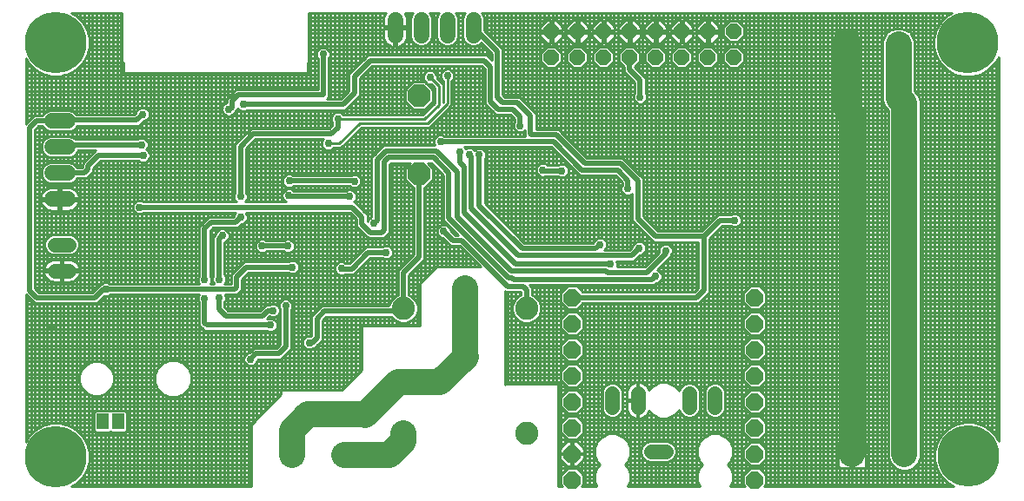
<source format=gbr>
G04 EAGLE Gerber RS-274X export*
G75*
%MOMM*%
%FSLAX34Y34*%
%LPD*%
%INBottom Copper*%
%IPPOS*%
%AMOC8*
5,1,8,0,0,1.08239X$1,22.5*%
G01*
%ADD10P,2.336880X8X112.500000*%
%ADD11C,2.250000*%
%ADD12C,1.422400*%
%ADD13R,1.950000X1.950000*%
%ADD14C,1.950000*%
%ADD15P,1.632244X8X22.500000*%
%ADD16P,1.814519X8X22.500000*%
%ADD17C,1.524000*%
%ADD18C,6.000000*%
%ADD19C,1.008000*%
%ADD20R,1.168400X1.600200*%
%ADD21C,0.254000*%
%ADD22C,0.756400*%
%ADD23C,2.540000*%
%ADD24C,0.508000*%


D10*
X393954Y314960D03*
X393954Y391160D03*
D11*
X438714Y203862D03*
X378714Y183862D03*
X378714Y61862D03*
X498714Y61862D03*
X498714Y183862D03*
D12*
X607206Y101374D02*
X607206Y87150D01*
X582206Y87150D02*
X582206Y101374D01*
X657206Y101374D02*
X657206Y87150D01*
X682206Y87150D02*
X682206Y101374D01*
X634318Y44262D02*
X620094Y44262D01*
D13*
X270002Y41148D03*
D14*
X320802Y41148D03*
D15*
X522732Y428498D03*
X522732Y453898D03*
X548132Y428498D03*
X548132Y453898D03*
X573532Y428498D03*
X573532Y453898D03*
X598932Y428498D03*
X598932Y453898D03*
X624332Y428498D03*
X624332Y453898D03*
X649732Y428498D03*
X649732Y453898D03*
X675132Y428498D03*
X675132Y453898D03*
X700532Y428498D03*
X700532Y453898D03*
D16*
X543052Y118364D03*
X543052Y92964D03*
X720852Y118364D03*
X720852Y92964D03*
X543052Y67564D03*
X543052Y143764D03*
X720852Y143764D03*
X720852Y67564D03*
X543052Y169164D03*
X720852Y169164D03*
X543052Y42164D03*
X720852Y42164D03*
X543052Y194564D03*
X720852Y194564D03*
X543052Y16764D03*
X720852Y16764D03*
D12*
X53086Y220726D02*
X38862Y220726D01*
X38862Y246126D02*
X53086Y246126D01*
D17*
X51816Y366776D02*
X36576Y366776D01*
X36576Y341376D02*
X51816Y341376D01*
X51816Y315976D02*
X36576Y315976D01*
X36576Y290576D02*
X51816Y290576D01*
D13*
X815848Y41402D03*
D14*
X866648Y41402D03*
D18*
X40132Y443230D03*
D19*
X40132Y465455D03*
X40132Y421005D03*
X62357Y443230D03*
X17907Y443230D03*
X24257Y459105D03*
X56007Y459105D03*
X56007Y427355D03*
X24257Y427355D03*
D18*
X928370Y442722D03*
D19*
X928370Y464947D03*
X928370Y420497D03*
X950595Y442722D03*
X906145Y442722D03*
X912495Y458597D03*
X944245Y458597D03*
X944245Y426847D03*
X912495Y426847D03*
D18*
X40386Y39370D03*
D19*
X40386Y61595D03*
X40386Y17145D03*
X62611Y39370D03*
X18161Y39370D03*
X24511Y55245D03*
X56261Y55245D03*
X56261Y23495D03*
X24511Y23495D03*
D18*
X928878Y39878D03*
D19*
X928878Y62103D03*
X928878Y17653D03*
X951103Y39878D03*
X906653Y39878D03*
X913003Y55753D03*
X944753Y55753D03*
X944753Y24003D03*
X913003Y24003D03*
D13*
X861060Y441452D03*
D14*
X810260Y441452D03*
D20*
X101092Y73660D03*
X85852Y73660D03*
D17*
X447040Y450088D02*
X447040Y465328D01*
X421640Y465328D02*
X421640Y450088D01*
X396240Y450088D02*
X396240Y465328D01*
X370840Y465328D02*
X370840Y450088D01*
D21*
X90208Y195862D02*
X87592Y195862D01*
X90208Y195862D02*
X92625Y196863D01*
X93120Y197358D01*
X179676Y197358D01*
X179591Y197273D01*
X178590Y194856D01*
X178590Y192240D01*
X179591Y189823D01*
X179832Y189582D01*
X179832Y167463D01*
X182957Y164338D01*
X184989Y162306D01*
X245208Y162306D01*
X245449Y162065D01*
X247866Y161064D01*
X250482Y161064D01*
X252899Y162065D01*
X254749Y163915D01*
X255750Y166332D01*
X255750Y168948D01*
X254749Y171365D01*
X252899Y173215D01*
X250482Y174216D01*
X247866Y174216D01*
X246018Y173450D01*
X248602Y176035D01*
X250406Y175288D01*
X253022Y175288D01*
X255439Y176289D01*
X257289Y178139D01*
X258290Y180556D01*
X258290Y183172D01*
X257289Y185589D01*
X255439Y187439D01*
X253022Y188440D01*
X250406Y188440D01*
X247989Y187439D01*
X247748Y187198D01*
X244679Y187198D01*
X239345Y181864D01*
X207949Y181864D01*
X204470Y185343D01*
X204470Y190090D01*
X204711Y190331D01*
X205712Y192748D01*
X205712Y195364D01*
X204886Y197358D01*
X216839Y197358D01*
X218363Y198882D01*
X218363Y198882D01*
X221488Y202007D01*
X221488Y212167D01*
X228015Y218694D01*
X266798Y218694D01*
X267039Y218453D01*
X269456Y217452D01*
X272072Y217452D01*
X274489Y218453D01*
X276339Y220303D01*
X277340Y222720D01*
X277340Y225336D01*
X276339Y227753D01*
X274489Y229603D01*
X272072Y230604D01*
X269456Y230604D01*
X267039Y229603D01*
X266798Y229362D01*
X223597Y229362D01*
X213945Y219710D01*
X210820Y216585D01*
X210820Y208026D01*
X204372Y208026D01*
X204965Y208619D01*
X205966Y211036D01*
X205966Y213652D01*
X204965Y216069D01*
X204216Y216818D01*
X204216Y248635D01*
X206163Y249441D01*
X208013Y251291D01*
X209014Y253708D01*
X209014Y256324D01*
X208013Y258741D01*
X206163Y260591D01*
X203746Y261592D01*
X201130Y261592D01*
X198713Y260591D01*
X196863Y258741D01*
X195862Y256324D01*
X195862Y255983D01*
X193548Y253669D01*
X193548Y215424D01*
X192814Y213652D01*
X192814Y211036D01*
X193815Y208619D01*
X194408Y208026D01*
X190656Y208026D01*
X190741Y208111D01*
X191742Y210528D01*
X191742Y213144D01*
X190741Y215561D01*
X190500Y215802D01*
X190500Y259411D01*
X193725Y262636D01*
X217855Y262636D01*
X221439Y266220D01*
X221526Y266220D01*
X223943Y267221D01*
X225793Y269071D01*
X226794Y271488D01*
X226794Y274104D01*
X225793Y276521D01*
X225200Y277114D01*
X326721Y277114D01*
X332994Y270841D01*
X332994Y263729D01*
X336119Y260604D01*
X344501Y252222D01*
X359841Y252222D01*
X362381Y254762D01*
X365506Y257887D01*
X365506Y324493D01*
X366641Y325628D01*
X385404Y325628D01*
X380365Y320589D01*
X380365Y309331D01*
X388325Y301371D01*
X388620Y301371D01*
X388620Y236143D01*
X373380Y220903D01*
X373380Y196854D01*
X370759Y195768D01*
X366808Y191817D01*
X364670Y186656D01*
X364670Y186436D01*
X299289Y186436D01*
X289306Y176453D01*
X289306Y157403D01*
X288695Y156792D01*
X288328Y156944D01*
X285712Y156944D01*
X283295Y155943D01*
X281445Y154093D01*
X280444Y151676D01*
X280444Y149060D01*
X281445Y146643D01*
X283295Y144793D01*
X285712Y143792D01*
X288328Y143792D01*
X290745Y144793D01*
X290986Y145034D01*
X292023Y145034D01*
X295148Y148159D01*
X299974Y152985D01*
X299974Y172035D01*
X303707Y175768D01*
X366947Y175768D01*
X370759Y171956D01*
X375920Y169818D01*
X381508Y169818D01*
X386669Y171956D01*
X390620Y175907D01*
X392758Y181068D01*
X392758Y186656D01*
X390620Y191817D01*
X386669Y195768D01*
X384048Y196854D01*
X384048Y216485D01*
X399288Y231725D01*
X399288Y301371D01*
X399583Y301371D01*
X407543Y309331D01*
X407543Y320589D01*
X402504Y325628D01*
X405773Y325628D01*
X417830Y313571D01*
X417830Y269629D01*
X420955Y266505D01*
X420955Y266505D01*
X432189Y255270D01*
X429409Y255270D01*
X424660Y260019D01*
X424660Y260360D01*
X423659Y262777D01*
X421809Y264627D01*
X419392Y265628D01*
X416776Y265628D01*
X414359Y264627D01*
X412509Y262777D01*
X411508Y260360D01*
X411508Y257744D01*
X412509Y255327D01*
X414359Y253477D01*
X416776Y252476D01*
X417117Y252476D01*
X421866Y247727D01*
X424991Y244602D01*
X433518Y244602D01*
X453838Y224282D01*
X410972Y224282D01*
X394970Y208280D01*
X394970Y167386D01*
X337820Y167386D01*
X337820Y123952D01*
X318262Y104394D01*
X260604Y104394D01*
X259588Y105410D01*
X259588Y100076D01*
X230378Y70866D01*
X230378Y10160D01*
X55381Y10160D01*
X60522Y13128D01*
X66628Y19234D01*
X70945Y26712D01*
X73180Y35053D01*
X73180Y43687D01*
X70945Y52028D01*
X66628Y59506D01*
X60522Y65612D01*
X53044Y69929D01*
X44703Y72164D01*
X36069Y72164D01*
X27728Y69929D01*
X20250Y65612D01*
X14144Y59506D01*
X10922Y53925D01*
X10922Y197435D01*
X19635Y188722D01*
X80441Y188722D01*
X87585Y195865D01*
X87592Y195862D01*
X272768Y243548D02*
X272768Y246164D01*
X271767Y248581D01*
X269917Y250431D01*
X267500Y251432D01*
X264884Y251432D01*
X262467Y250431D01*
X262226Y250190D01*
X245012Y250190D01*
X244771Y250431D01*
X242354Y251432D01*
X239738Y251432D01*
X237321Y250431D01*
X235471Y248581D01*
X234470Y246164D01*
X234470Y243548D01*
X235471Y241131D01*
X237321Y239281D01*
X239738Y238280D01*
X242354Y238280D01*
X244771Y239281D01*
X245012Y239522D01*
X262226Y239522D01*
X262467Y239281D01*
X264884Y238280D01*
X267500Y238280D01*
X269917Y239281D01*
X271767Y241131D01*
X272768Y243548D01*
X270736Y187744D02*
X270736Y185128D01*
X270736Y187744D02*
X269735Y190161D01*
X267885Y192011D01*
X265468Y193012D01*
X262852Y193012D01*
X260435Y192011D01*
X258585Y190161D01*
X257584Y187744D01*
X257584Y185128D01*
X258585Y182711D01*
X258826Y182470D01*
X258826Y148767D01*
X255093Y145034D01*
X232995Y145034D01*
X229870Y141909D01*
X228903Y140942D01*
X228562Y140942D01*
X226145Y139941D01*
X224295Y138091D01*
X223294Y135674D01*
X223294Y133058D01*
X224295Y130641D01*
X226145Y128791D01*
X228562Y127790D01*
X231178Y127790D01*
X233595Y128791D01*
X235445Y130641D01*
X236446Y133058D01*
X236446Y133399D01*
X237413Y134366D01*
X259511Y134366D01*
X262636Y137491D01*
X269494Y144349D01*
X269494Y182470D01*
X269735Y182711D01*
X270736Y185128D01*
X108091Y62865D02*
X94093Y62865D01*
X108091Y62865D02*
X109728Y64502D01*
X109728Y82818D01*
X108091Y84455D01*
X94093Y84455D01*
X93472Y83834D01*
X92851Y84455D01*
X78853Y84455D01*
X77216Y82818D01*
X77216Y64502D01*
X78853Y62865D01*
X92851Y62865D01*
X93472Y63486D01*
X94093Y62865D01*
X96524Y111998D02*
X96524Y118634D01*
X93985Y124764D01*
X89292Y129457D01*
X83162Y131996D01*
X76526Y131996D01*
X70396Y129457D01*
X65703Y124764D01*
X63164Y118634D01*
X63164Y111998D01*
X65703Y105868D01*
X70396Y101175D01*
X76526Y98636D01*
X83162Y98636D01*
X89292Y101175D01*
X93985Y105868D01*
X96524Y111998D01*
X172274Y111749D02*
X172274Y118883D01*
X169544Y125473D01*
X164501Y130516D01*
X157911Y133246D01*
X150777Y133246D01*
X144187Y130516D01*
X139144Y125473D01*
X136414Y118883D01*
X136414Y111749D01*
X139144Y105159D01*
X144187Y100116D01*
X150777Y97386D01*
X157911Y97386D01*
X164501Y100116D01*
X169544Y105159D01*
X172274Y111749D01*
X319824Y229334D02*
X322241Y228333D01*
X319824Y229334D02*
X317208Y229334D01*
X314791Y228333D01*
X312941Y226483D01*
X311940Y224066D01*
X311940Y221450D01*
X312941Y219033D01*
X314791Y217183D01*
X317208Y216182D01*
X319824Y216182D01*
X322209Y217170D01*
X330631Y217170D01*
X346633Y233172D01*
X357984Y233172D01*
X358225Y232931D01*
X360642Y231930D01*
X363258Y231930D01*
X365675Y232931D01*
X367525Y234781D01*
X368526Y237198D01*
X368526Y239814D01*
X367525Y242231D01*
X365675Y244081D01*
X363258Y245082D01*
X360642Y245082D01*
X358225Y244081D01*
X357984Y243840D01*
X342215Y243840D01*
X326213Y227838D01*
X322736Y227838D01*
X322241Y228333D01*
X538423Y205740D02*
X547681Y205740D01*
X538423Y205740D02*
X531876Y199193D01*
X531876Y189935D01*
X538423Y183388D01*
X547681Y183388D01*
X553523Y189230D01*
X666419Y189230D01*
X676656Y199467D01*
X676656Y251791D01*
X689279Y264414D01*
X697328Y264414D01*
X697569Y264173D01*
X699986Y263172D01*
X702602Y263172D01*
X705019Y264173D01*
X706869Y266023D01*
X707870Y268440D01*
X707870Y271056D01*
X706869Y273473D01*
X705019Y275323D01*
X702602Y276324D01*
X699986Y276324D01*
X697569Y275323D01*
X697328Y275082D01*
X684861Y275082D01*
X669113Y259334D01*
X626795Y259334D01*
X612394Y273735D01*
X612394Y310761D01*
X609269Y313885D01*
X592447Y330708D01*
X557649Y330708D01*
X533059Y355297D01*
X529935Y358422D01*
X508000Y358422D01*
X508000Y373811D01*
X504875Y376936D01*
X491921Y389890D01*
X490339Y389890D01*
X490085Y390144D01*
X477443Y390144D01*
X475488Y392099D01*
X475488Y436803D01*
X472363Y439928D01*
X472363Y439928D01*
X457454Y454837D01*
X457454Y467399D01*
X455869Y471227D01*
X455028Y472068D01*
X913383Y471937D01*
X908234Y468964D01*
X902128Y462858D01*
X897811Y455380D01*
X895576Y447039D01*
X895576Y438405D01*
X897811Y430064D01*
X902128Y422586D01*
X908234Y416480D01*
X915712Y412163D01*
X924053Y409928D01*
X932687Y409928D01*
X941028Y412163D01*
X948506Y416480D01*
X954612Y422586D01*
X958342Y429047D01*
X958342Y54433D01*
X955120Y60014D01*
X949014Y66120D01*
X941536Y70437D01*
X933195Y72672D01*
X924561Y72672D01*
X916220Y70437D01*
X908742Y66120D01*
X902636Y60014D01*
X898319Y52536D01*
X896084Y44195D01*
X896084Y35561D01*
X898319Y27220D01*
X902636Y19742D01*
X908742Y13636D01*
X914763Y10160D01*
X730053Y10160D01*
X732028Y12135D01*
X732028Y21393D01*
X725481Y27940D01*
X716223Y27940D01*
X709676Y21393D01*
X709676Y12135D01*
X711651Y10160D01*
X697302Y10160D01*
X699636Y15795D01*
X699636Y22729D01*
X696982Y29135D01*
X694356Y31762D01*
X696982Y34389D01*
X699636Y40795D01*
X699636Y47729D01*
X696982Y54135D01*
X692079Y59038D01*
X685673Y61692D01*
X678739Y61692D01*
X672333Y59038D01*
X667430Y54135D01*
X664776Y47729D01*
X664776Y40795D01*
X667430Y34389D01*
X670056Y31762D01*
X667430Y29135D01*
X664776Y22729D01*
X664776Y15795D01*
X667110Y10160D01*
X597302Y10160D01*
X599636Y15795D01*
X599636Y22729D01*
X596982Y29135D01*
X594356Y31762D01*
X596982Y34389D01*
X599636Y40795D01*
X599636Y47729D01*
X596982Y54135D01*
X592079Y59038D01*
X585673Y61692D01*
X578739Y61692D01*
X572333Y59038D01*
X567430Y54135D01*
X564776Y47729D01*
X564776Y40795D01*
X567430Y34389D01*
X570056Y31762D01*
X567430Y29135D01*
X564776Y22729D01*
X564776Y15795D01*
X567110Y10160D01*
X552253Y10160D01*
X554228Y12135D01*
X554228Y21393D01*
X547681Y27940D01*
X538423Y27940D01*
X531876Y21393D01*
X531876Y12135D01*
X533851Y10160D01*
X529590Y10160D01*
X529590Y109220D01*
X530606Y110236D01*
X478028Y110236D01*
X477520Y109728D01*
X477520Y200600D01*
X478194Y199926D01*
X493063Y199926D01*
X493380Y199609D01*
X493380Y196854D01*
X490759Y195768D01*
X486808Y191817D01*
X484670Y186656D01*
X484670Y181068D01*
X486808Y175907D01*
X490759Y171956D01*
X495920Y169818D01*
X501508Y169818D01*
X506669Y171956D01*
X510620Y175907D01*
X512758Y181068D01*
X512758Y186656D01*
X510620Y191817D01*
X506669Y195768D01*
X504048Y196854D01*
X504048Y204027D01*
X501545Y206530D01*
X623013Y206530D01*
X625045Y208562D01*
X625386Y208562D01*
X627803Y209563D01*
X629653Y211413D01*
X630654Y213830D01*
X630654Y216446D01*
X629653Y218863D01*
X627803Y220713D01*
X626183Y221384D01*
X639572Y234773D01*
X639572Y236064D01*
X639813Y236305D01*
X640814Y238722D01*
X640814Y241338D01*
X639813Y243755D01*
X637963Y245605D01*
X635546Y246606D01*
X632930Y246606D01*
X630513Y245605D01*
X628663Y243755D01*
X627662Y241338D01*
X627662Y238722D01*
X627888Y238176D01*
X614023Y224310D01*
X586721Y224310D01*
X587220Y225514D01*
X587220Y228130D01*
X586394Y230124D01*
X603427Y230124D01*
X606552Y233249D01*
X609297Y235994D01*
X609638Y235994D01*
X612055Y236995D01*
X613905Y238845D01*
X614906Y241262D01*
X614906Y243878D01*
X613905Y246295D01*
X612055Y248145D01*
X609638Y249146D01*
X607022Y249146D01*
X604605Y248145D01*
X602755Y246295D01*
X601754Y243878D01*
X601754Y243537D01*
X599009Y240792D01*
X574196Y240792D01*
X575805Y242401D01*
X576806Y244818D01*
X576806Y247434D01*
X575805Y249851D01*
X573955Y251701D01*
X571538Y252702D01*
X568922Y252702D01*
X566505Y251701D01*
X564655Y249851D01*
X563654Y247434D01*
X563654Y247396D01*
X496747Y247396D01*
X457962Y286181D01*
X457962Y329536D01*
X458203Y329777D01*
X459204Y332194D01*
X459204Y334810D01*
X458203Y337227D01*
X456353Y339077D01*
X453936Y340078D01*
X451320Y340078D01*
X448903Y339077D01*
X448183Y338357D01*
X446701Y339839D01*
X444284Y340840D01*
X441668Y340840D01*
X439496Y339940D01*
X439463Y340021D01*
X438334Y341150D01*
X522781Y341150D01*
X547370Y316561D01*
X550495Y313436D01*
X585293Y313436D01*
X592074Y306655D01*
X592074Y304702D01*
X591833Y304461D01*
X590832Y302044D01*
X590832Y299428D01*
X591833Y297011D01*
X593683Y295161D01*
X596100Y294160D01*
X598716Y294160D01*
X601133Y295161D01*
X601726Y295754D01*
X601726Y269317D01*
X619252Y251791D01*
X622377Y248666D01*
X665988Y248666D01*
X665988Y203885D01*
X662001Y199898D01*
X553523Y199898D01*
X547681Y205740D01*
X539722Y316700D02*
X539722Y319316D01*
X538721Y321733D01*
X536871Y323583D01*
X534454Y324584D01*
X531838Y324584D01*
X529421Y323583D01*
X529180Y323342D01*
X519332Y323342D01*
X518329Y324345D01*
X515912Y325346D01*
X513296Y325346D01*
X510879Y324345D01*
X509029Y322495D01*
X508028Y320078D01*
X508028Y317462D01*
X509029Y315045D01*
X510879Y313195D01*
X513296Y312194D01*
X515912Y312194D01*
X517071Y312674D01*
X529180Y312674D01*
X529421Y312433D01*
X531838Y311432D01*
X534454Y311432D01*
X536871Y312433D01*
X538721Y314283D01*
X539722Y316700D01*
X817118Y54962D02*
X817118Y42672D01*
X814578Y42672D01*
X814578Y54962D01*
X805596Y54962D01*
X804627Y54702D01*
X803759Y54201D01*
X803049Y53491D01*
X802548Y52623D01*
X802288Y51654D01*
X802288Y42672D01*
X814578Y42672D01*
X814578Y40132D01*
X802288Y40132D01*
X802288Y31150D01*
X802548Y30181D01*
X803049Y29313D01*
X803759Y28603D01*
X804627Y28102D01*
X805596Y27842D01*
X814578Y27842D01*
X814578Y40132D01*
X817118Y40132D01*
X817118Y27842D01*
X826100Y27842D01*
X827069Y28102D01*
X827937Y28603D01*
X828647Y29313D01*
X829148Y30181D01*
X829408Y31150D01*
X829408Y40132D01*
X817118Y40132D01*
X817118Y42672D01*
X829408Y42672D01*
X829408Y51654D01*
X829148Y52623D01*
X828647Y53491D01*
X827937Y54201D01*
X827069Y54702D01*
X826100Y54962D01*
X817118Y54962D01*
X732028Y189935D02*
X732028Y199193D01*
X725481Y205740D01*
X716223Y205740D01*
X709676Y199193D01*
X709676Y189935D01*
X716223Y183388D01*
X725481Y183388D01*
X732028Y189935D01*
X732028Y46793D02*
X732028Y37535D01*
X732028Y46793D02*
X725481Y53340D01*
X716223Y53340D01*
X709676Y46793D01*
X709676Y37535D01*
X716223Y30988D01*
X725481Y30988D01*
X732028Y37535D01*
X676362Y455128D02*
X676362Y465248D01*
X676362Y455128D02*
X673902Y455128D01*
X673902Y465248D01*
X670431Y465248D01*
X663782Y458599D01*
X663782Y455128D01*
X673902Y455128D01*
X673902Y452668D01*
X663782Y452668D01*
X663782Y449197D01*
X670431Y442548D01*
X673902Y442548D01*
X673902Y452668D01*
X676362Y452668D01*
X676362Y442548D01*
X679833Y442548D01*
X686482Y449197D01*
X686482Y452668D01*
X676362Y452668D01*
X676362Y455128D01*
X686482Y455128D01*
X686482Y458599D01*
X679833Y465248D01*
X676362Y465248D01*
X685466Y432778D02*
X685466Y424218D01*
X685466Y432778D02*
X679412Y438832D01*
X670852Y438832D01*
X664798Y432778D01*
X664798Y424218D01*
X670852Y418164D01*
X679412Y418164D01*
X685466Y424218D01*
X625562Y455128D02*
X625562Y465248D01*
X625562Y455128D02*
X623102Y455128D01*
X623102Y465248D01*
X619631Y465248D01*
X612982Y458599D01*
X612982Y455128D01*
X623102Y455128D01*
X623102Y452668D01*
X612982Y452668D01*
X612982Y449197D01*
X619631Y442548D01*
X623102Y442548D01*
X623102Y452668D01*
X625562Y452668D01*
X625562Y442548D01*
X629033Y442548D01*
X635682Y449197D01*
X635682Y452668D01*
X625562Y452668D01*
X625562Y455128D01*
X635682Y455128D01*
X635682Y458599D01*
X629033Y465248D01*
X625562Y465248D01*
X634666Y432778D02*
X634666Y424218D01*
X634666Y432778D02*
X628612Y438832D01*
X620052Y438832D01*
X613998Y432778D01*
X613998Y424218D01*
X620052Y418164D01*
X628612Y418164D01*
X634666Y424218D01*
X574762Y455128D02*
X574762Y465248D01*
X574762Y455128D02*
X572302Y455128D01*
X572302Y465248D01*
X568831Y465248D01*
X562182Y458599D01*
X562182Y455128D01*
X572302Y455128D01*
X572302Y452668D01*
X562182Y452668D01*
X562182Y449197D01*
X568831Y442548D01*
X572302Y442548D01*
X572302Y452668D01*
X574762Y452668D01*
X574762Y442548D01*
X578233Y442548D01*
X584882Y449197D01*
X584882Y452668D01*
X574762Y452668D01*
X574762Y455128D01*
X584882Y455128D01*
X584882Y458599D01*
X578233Y465248D01*
X574762Y465248D01*
X583866Y432778D02*
X583866Y424218D01*
X583866Y432778D02*
X577812Y438832D01*
X569252Y438832D01*
X563198Y432778D01*
X563198Y424218D01*
X569252Y418164D01*
X577812Y418164D01*
X583866Y424218D01*
X523962Y455128D02*
X523962Y465248D01*
X523962Y455128D02*
X521502Y455128D01*
X521502Y465248D01*
X518031Y465248D01*
X511382Y458599D01*
X511382Y455128D01*
X521502Y455128D01*
X521502Y452668D01*
X511382Y452668D01*
X511382Y449197D01*
X518031Y442548D01*
X521502Y442548D01*
X521502Y452668D01*
X523962Y452668D01*
X523962Y442548D01*
X527433Y442548D01*
X534082Y449197D01*
X534082Y452668D01*
X523962Y452668D01*
X523962Y455128D01*
X534082Y455128D01*
X534082Y458599D01*
X527433Y465248D01*
X523962Y465248D01*
X533066Y432778D02*
X533066Y424218D01*
X533066Y432778D02*
X527012Y438832D01*
X518452Y438832D01*
X512398Y432778D01*
X512398Y424218D01*
X518452Y418164D01*
X527012Y418164D01*
X533066Y424218D01*
X572300Y103344D02*
X572300Y85180D01*
X573808Y81539D01*
X576595Y78752D01*
X580236Y77244D01*
X584176Y77244D01*
X587817Y78752D01*
X590604Y81539D01*
X592112Y85180D01*
X592112Y103344D01*
X590604Y106985D01*
X587817Y109772D01*
X584176Y111280D01*
X580236Y111280D01*
X576595Y109772D01*
X573808Y106985D01*
X572300Y103344D01*
X648808Y81539D02*
X651595Y78752D01*
X655236Y77244D01*
X659176Y77244D01*
X662817Y78752D01*
X665604Y81539D01*
X667112Y85180D01*
X667112Y103344D01*
X665604Y106985D01*
X662817Y109772D01*
X659176Y111280D01*
X655236Y111280D01*
X651595Y109772D01*
X648808Y106985D01*
X647305Y103356D01*
X646982Y104135D01*
X642079Y109038D01*
X635673Y111692D01*
X628739Y111692D01*
X622333Y109038D01*
X617704Y104409D01*
X617328Y105567D01*
X616547Y107098D01*
X615537Y108489D01*
X614321Y109705D01*
X612930Y110715D01*
X611399Y111496D01*
X609764Y112027D01*
X608066Y112296D01*
X607686Y112296D01*
X607686Y94742D01*
X606726Y94742D01*
X606726Y112296D01*
X606346Y112296D01*
X604648Y112027D01*
X603013Y111496D01*
X601482Y110715D01*
X600091Y109705D01*
X598875Y108489D01*
X597865Y107098D01*
X597084Y105567D01*
X596553Y103932D01*
X596284Y102234D01*
X596284Y94742D01*
X606726Y94742D01*
X606726Y93782D01*
X596284Y93782D01*
X596284Y86290D01*
X596553Y84592D01*
X597084Y82957D01*
X597865Y81426D01*
X598875Y80035D01*
X600091Y78819D01*
X601482Y77809D01*
X603013Y77028D01*
X604648Y76497D01*
X606346Y76228D01*
X606726Y76228D01*
X606726Y93782D01*
X607686Y93782D01*
X607686Y76228D01*
X608066Y76228D01*
X609764Y76497D01*
X611399Y77028D01*
X612930Y77809D01*
X614321Y78819D01*
X615537Y80035D01*
X616547Y81426D01*
X617328Y82957D01*
X617704Y84115D01*
X622333Y79486D01*
X628739Y76832D01*
X635673Y76832D01*
X642079Y79486D01*
X646982Y84389D01*
X647305Y85168D01*
X648808Y81539D01*
X672300Y85180D02*
X672300Y103344D01*
X672300Y85180D02*
X673808Y81539D01*
X676595Y78752D01*
X680236Y77244D01*
X684176Y77244D01*
X687817Y78752D01*
X690604Y81539D01*
X692112Y85180D01*
X692112Y103344D01*
X690604Y106985D01*
X687817Y109772D01*
X684176Y111280D01*
X680236Y111280D01*
X676595Y109772D01*
X673808Y106985D01*
X672300Y103344D01*
X636288Y34356D02*
X618124Y34356D01*
X636288Y34356D02*
X639929Y35864D01*
X642716Y38651D01*
X644224Y42292D01*
X644224Y46232D01*
X642716Y49873D01*
X639929Y52660D01*
X636288Y54168D01*
X618124Y54168D01*
X614483Y52660D01*
X611696Y49873D01*
X610188Y46232D01*
X610188Y42292D01*
X611696Y38651D01*
X614483Y35864D01*
X618124Y34356D01*
X558466Y424218D02*
X558466Y432778D01*
X552412Y438832D01*
X543852Y438832D01*
X537798Y432778D01*
X537798Y424218D01*
X543852Y418164D01*
X552412Y418164D01*
X558466Y424218D01*
X549362Y455128D02*
X549362Y465248D01*
X549362Y455128D02*
X546902Y455128D01*
X546902Y465248D01*
X543431Y465248D01*
X536782Y458599D01*
X536782Y455128D01*
X546902Y455128D01*
X546902Y452668D01*
X536782Y452668D01*
X536782Y449197D01*
X543431Y442548D01*
X546902Y442548D01*
X546902Y452668D01*
X549362Y452668D01*
X549362Y442548D01*
X552833Y442548D01*
X559482Y449197D01*
X559482Y452668D01*
X549362Y452668D01*
X549362Y455128D01*
X559482Y455128D01*
X559482Y458599D01*
X552833Y465248D01*
X549362Y465248D01*
X609266Y432778D02*
X609266Y424218D01*
X609266Y432778D02*
X603212Y438832D01*
X594652Y438832D01*
X588598Y432778D01*
X588598Y424218D01*
X593598Y419218D01*
X593598Y414605D01*
X604012Y404191D01*
X604012Y393856D01*
X603771Y393615D01*
X602770Y391198D01*
X602770Y388582D01*
X603771Y386165D01*
X605621Y384315D01*
X608038Y383314D01*
X610654Y383314D01*
X613071Y384315D01*
X614921Y386165D01*
X615922Y388582D01*
X615922Y391198D01*
X614921Y393615D01*
X614680Y393856D01*
X614680Y408609D01*
X604266Y419023D01*
X604266Y419218D01*
X609266Y424218D01*
X600162Y455128D02*
X600162Y465248D01*
X600162Y455128D02*
X597702Y455128D01*
X597702Y465248D01*
X594231Y465248D01*
X587582Y458599D01*
X587582Y455128D01*
X597702Y455128D01*
X597702Y452668D01*
X587582Y452668D01*
X587582Y449197D01*
X594231Y442548D01*
X597702Y442548D01*
X597702Y452668D01*
X600162Y452668D01*
X600162Y442548D01*
X603633Y442548D01*
X610282Y449197D01*
X610282Y452668D01*
X600162Y452668D01*
X600162Y455128D01*
X610282Y455128D01*
X610282Y458599D01*
X603633Y465248D01*
X600162Y465248D01*
X660066Y432778D02*
X660066Y424218D01*
X660066Y432778D02*
X654012Y438832D01*
X645452Y438832D01*
X639398Y432778D01*
X639398Y424218D01*
X645452Y418164D01*
X654012Y418164D01*
X660066Y424218D01*
X650962Y455128D02*
X650962Y465248D01*
X650962Y455128D02*
X648502Y455128D01*
X648502Y465248D01*
X645031Y465248D01*
X638382Y458599D01*
X638382Y455128D01*
X648502Y455128D01*
X648502Y452668D01*
X638382Y452668D01*
X638382Y449197D01*
X645031Y442548D01*
X648502Y442548D01*
X648502Y452668D01*
X650962Y452668D01*
X650962Y442548D01*
X654433Y442548D01*
X661082Y449197D01*
X661082Y452668D01*
X650962Y452668D01*
X650962Y455128D01*
X661082Y455128D01*
X661082Y458599D01*
X654433Y465248D01*
X650962Y465248D01*
X710866Y432778D02*
X710866Y424218D01*
X710866Y432778D02*
X704812Y438832D01*
X696252Y438832D01*
X690198Y432778D01*
X690198Y424218D01*
X696252Y418164D01*
X704812Y418164D01*
X710866Y424218D01*
X710866Y449618D02*
X710866Y458178D01*
X704812Y464232D01*
X696252Y464232D01*
X690198Y458178D01*
X690198Y449618D01*
X696252Y443564D01*
X704812Y443564D01*
X710866Y449618D01*
X554228Y122993D02*
X554228Y113735D01*
X554228Y122993D02*
X547681Y129540D01*
X538423Y129540D01*
X531876Y122993D01*
X531876Y113735D01*
X538423Y107188D01*
X547681Y107188D01*
X554228Y113735D01*
X554228Y97593D02*
X554228Y88335D01*
X554228Y97593D02*
X547681Y104140D01*
X538423Y104140D01*
X531876Y97593D01*
X531876Y88335D01*
X538423Y81788D01*
X547681Y81788D01*
X554228Y88335D01*
X732028Y113735D02*
X732028Y122993D01*
X725481Y129540D01*
X716223Y129540D01*
X709676Y122993D01*
X709676Y113735D01*
X716223Y107188D01*
X725481Y107188D01*
X732028Y113735D01*
X732028Y97593D02*
X732028Y88335D01*
X732028Y97593D02*
X725481Y104140D01*
X716223Y104140D01*
X709676Y97593D01*
X709676Y88335D01*
X716223Y81788D01*
X725481Y81788D01*
X732028Y88335D01*
X554228Y72193D02*
X554228Y62935D01*
X554228Y72193D02*
X547681Y78740D01*
X538423Y78740D01*
X531876Y72193D01*
X531876Y62935D01*
X538423Y56388D01*
X547681Y56388D01*
X554228Y62935D01*
X554228Y139135D02*
X554228Y148393D01*
X547681Y154940D01*
X538423Y154940D01*
X531876Y148393D01*
X531876Y139135D01*
X538423Y132588D01*
X547681Y132588D01*
X554228Y139135D01*
X732028Y139135D02*
X732028Y148393D01*
X725481Y154940D01*
X716223Y154940D01*
X709676Y148393D01*
X709676Y139135D01*
X716223Y132588D01*
X725481Y132588D01*
X732028Y139135D01*
X732028Y72193D02*
X732028Y62935D01*
X732028Y72193D02*
X725481Y78740D01*
X716223Y78740D01*
X709676Y72193D01*
X709676Y62935D01*
X716223Y56388D01*
X725481Y56388D01*
X732028Y62935D01*
X554228Y164535D02*
X554228Y173793D01*
X547681Y180340D01*
X538423Y180340D01*
X531876Y173793D01*
X531876Y164535D01*
X538423Y157988D01*
X547681Y157988D01*
X554228Y164535D01*
X732028Y164535D02*
X732028Y173793D01*
X725481Y180340D01*
X716223Y180340D01*
X709676Y173793D01*
X709676Y164535D01*
X716223Y157988D01*
X725481Y157988D01*
X732028Y164535D01*
X543782Y54356D02*
X543782Y42894D01*
X542322Y42894D01*
X542322Y54356D01*
X538002Y54356D01*
X530860Y47214D01*
X530860Y42894D01*
X542322Y42894D01*
X542322Y41434D01*
X530860Y41434D01*
X530860Y37114D01*
X538002Y29972D01*
X542322Y29972D01*
X542322Y41434D01*
X543782Y41434D01*
X543782Y29972D01*
X548102Y29972D01*
X555244Y37114D01*
X555244Y41434D01*
X543782Y41434D01*
X543782Y42894D01*
X555244Y42894D01*
X555244Y47214D01*
X548102Y54356D01*
X543782Y54356D01*
X848516Y450820D02*
X848516Y452359D01*
X848516Y450820D02*
X847925Y450229D01*
X845566Y444534D01*
X845566Y386046D01*
X847925Y380351D01*
X851154Y377122D01*
X851154Y38320D01*
X853513Y32625D01*
X857871Y28267D01*
X863566Y25908D01*
X869730Y25908D01*
X875425Y28267D01*
X879783Y32625D01*
X882142Y38320D01*
X882142Y386622D01*
X879783Y392317D01*
X876554Y395546D01*
X876554Y444534D01*
X874195Y450229D01*
X873604Y450820D01*
X873604Y452359D01*
X871967Y453996D01*
X870428Y453996D01*
X869837Y454587D01*
X864142Y456946D01*
X857978Y456946D01*
X852283Y454587D01*
X851692Y453996D01*
X850153Y453996D01*
X848516Y452359D01*
X811530Y454980D02*
X811530Y442722D01*
X808990Y442722D01*
X808990Y454980D01*
X807085Y454678D01*
X805055Y454019D01*
X803153Y453050D01*
X801426Y451795D01*
X799917Y450286D01*
X798662Y448559D01*
X797693Y446657D01*
X797034Y444627D01*
X796732Y442722D01*
X808990Y442722D01*
X808990Y440182D01*
X796732Y440182D01*
X797034Y438277D01*
X797693Y436247D01*
X798662Y434345D01*
X799917Y432618D01*
X801426Y431109D01*
X803153Y429854D01*
X805055Y428885D01*
X807085Y428226D01*
X808990Y427924D01*
X808990Y440182D01*
X811530Y440182D01*
X811530Y427924D01*
X813435Y428226D01*
X815465Y428885D01*
X817367Y429854D01*
X819094Y431109D01*
X820603Y432618D01*
X821858Y434345D01*
X822827Y436247D01*
X823486Y438277D01*
X823788Y440182D01*
X811530Y440182D01*
X811530Y442722D01*
X823788Y442722D01*
X823486Y444627D01*
X822827Y446657D01*
X821858Y448559D01*
X820603Y450286D01*
X819094Y451795D01*
X817367Y453050D01*
X815465Y454019D01*
X813435Y454678D01*
X811530Y454980D01*
X459663Y431038D02*
X344247Y431038D01*
X341122Y427913D01*
X341122Y427913D01*
X325628Y412419D01*
X325628Y395909D01*
X317831Y388112D01*
X304215Y388112D01*
X306070Y389967D01*
X306070Y427834D01*
X306311Y428075D01*
X307312Y430492D01*
X307312Y433108D01*
X306311Y435525D01*
X304461Y437375D01*
X302044Y438376D01*
X299428Y438376D01*
X297011Y437375D01*
X295161Y435525D01*
X294160Y433108D01*
X294160Y430492D01*
X295161Y428075D01*
X295402Y427834D01*
X295402Y397510D01*
X215723Y397510D01*
X212598Y394385D01*
X206502Y388289D01*
X206502Y384256D01*
X204809Y383555D01*
X202959Y381705D01*
X201958Y379288D01*
X201958Y376672D01*
X202959Y374255D01*
X204809Y372405D01*
X207226Y371404D01*
X209842Y371404D01*
X212259Y372405D01*
X214109Y374255D01*
X214433Y375038D01*
X217170Y377775D01*
X217170Y379085D01*
X217183Y379053D01*
X219033Y377203D01*
X221450Y376202D01*
X224066Y376202D01*
X226483Y377203D01*
X226724Y377444D01*
X322249Y377444D01*
X336296Y391491D01*
X336296Y408001D01*
X348665Y420370D01*
X455245Y420370D01*
X458216Y417399D01*
X458216Y383363D01*
X465582Y375997D01*
X468707Y372872D01*
X482931Y372872D01*
X487172Y368631D01*
X487172Y366170D01*
X486931Y365929D01*
X485930Y363512D01*
X485930Y360896D01*
X486931Y358479D01*
X488781Y356629D01*
X491198Y355628D01*
X493814Y355628D01*
X496231Y356629D01*
X497332Y357730D01*
X497332Y352121D01*
X497635Y351818D01*
X418748Y351818D01*
X418507Y352059D01*
X416090Y353060D01*
X413474Y353060D01*
X411057Y352059D01*
X409207Y350209D01*
X408206Y347792D01*
X408206Y345176D01*
X409149Y342900D01*
X359487Y342900D01*
X350851Y334264D01*
X347726Y331139D01*
X347726Y272871D01*
X346287Y272275D01*
X344437Y270425D01*
X343662Y268554D01*
X343662Y275259D01*
X340537Y278384D01*
X331139Y287782D01*
X330356Y287782D01*
X331965Y289391D01*
X332966Y291808D01*
X332966Y294424D01*
X331965Y296841D01*
X330115Y298691D01*
X327698Y299692D01*
X325082Y299692D01*
X322665Y298691D01*
X322424Y298450D01*
X271936Y298450D01*
X270933Y299453D01*
X268516Y300454D01*
X265900Y300454D01*
X263483Y299453D01*
X261633Y297603D01*
X260632Y295186D01*
X260632Y292570D01*
X261633Y290153D01*
X263483Y288303D01*
X264741Y287782D01*
X224438Y287782D01*
X225793Y289137D01*
X226794Y291554D01*
X226794Y294170D01*
X225793Y296587D01*
X225552Y296828D01*
X225552Y339421D01*
X234873Y348742D01*
X300580Y348742D01*
X300241Y348403D01*
X299240Y345986D01*
X299240Y343370D01*
X300241Y340953D01*
X302091Y339103D01*
X304508Y338102D01*
X307124Y338102D01*
X309541Y339103D01*
X311052Y340614D01*
X318167Y340614D01*
X337979Y360426D01*
X404273Y360426D01*
X406654Y362807D01*
X425704Y381857D01*
X425704Y405482D01*
X427215Y406993D01*
X428216Y409410D01*
X428216Y412026D01*
X427215Y414443D01*
X425365Y416293D01*
X422948Y417294D01*
X420332Y417294D01*
X417915Y416293D01*
X416065Y414443D01*
X415064Y412026D01*
X415064Y409410D01*
X416065Y406993D01*
X417576Y405482D01*
X417576Y385223D01*
X417322Y384969D01*
X417322Y402495D01*
X414941Y404876D01*
X414941Y404876D01*
X411452Y408365D01*
X411452Y410502D01*
X410451Y412919D01*
X408601Y414769D01*
X406184Y415770D01*
X403568Y415770D01*
X401151Y414769D01*
X399301Y412919D01*
X398300Y410502D01*
X398300Y407886D01*
X399301Y405469D01*
X401151Y403619D01*
X403568Y402618D01*
X405705Y402618D01*
X409194Y399129D01*
X409194Y384207D01*
X397605Y372618D01*
X320196Y372618D01*
X318685Y374129D01*
X316268Y375130D01*
X313652Y375130D01*
X311235Y374129D01*
X309385Y372279D01*
X308384Y369862D01*
X308384Y367246D01*
X309385Y364829D01*
X309626Y364588D01*
X309626Y362381D01*
X306655Y359410D01*
X230455Y359410D01*
X227330Y356285D01*
X214884Y343839D01*
X214884Y296828D01*
X214643Y296587D01*
X213642Y294170D01*
X213642Y291554D01*
X214643Y289137D01*
X215998Y287782D01*
X125632Y287782D01*
X125391Y288023D01*
X122974Y289024D01*
X120358Y289024D01*
X117941Y288023D01*
X116091Y286173D01*
X115090Y283756D01*
X115090Y281140D01*
X116091Y278723D01*
X117941Y276873D01*
X120358Y275872D01*
X122974Y275872D01*
X125391Y276873D01*
X125632Y277114D01*
X215236Y277114D01*
X214643Y276521D01*
X213642Y274104D01*
X213642Y273509D01*
X213437Y273304D01*
X189307Y273304D01*
X179832Y263829D01*
X179832Y215802D01*
X179591Y215561D01*
X178590Y213144D01*
X178590Y210528D01*
X179591Y208111D01*
X179676Y208026D01*
X92593Y208026D01*
X90208Y209014D01*
X87592Y209014D01*
X85207Y208026D01*
X84659Y208026D01*
X81534Y204901D01*
X76023Y199390D01*
X24053Y199390D01*
X20066Y203377D01*
X20066Y357963D01*
X23545Y361442D01*
X27513Y361442D01*
X27747Y360877D01*
X30677Y357947D01*
X34505Y356362D01*
X53887Y356362D01*
X57715Y357947D01*
X60645Y360877D01*
X61194Y362204D01*
X121335Y362204D01*
X124460Y365329D01*
X125681Y366550D01*
X126022Y366550D01*
X128439Y367551D01*
X130289Y369401D01*
X131290Y371818D01*
X131290Y374434D01*
X130289Y376851D01*
X128439Y378701D01*
X126022Y379702D01*
X123406Y379702D01*
X120989Y378701D01*
X119139Y376851D01*
X118138Y374434D01*
X118138Y374093D01*
X116917Y372872D01*
X60448Y372872D01*
X57715Y375605D01*
X53887Y377190D01*
X34505Y377190D01*
X30677Y375605D01*
X27747Y372675D01*
X27513Y372110D01*
X19127Y372110D01*
X12523Y365506D01*
X10922Y363905D01*
X10922Y428235D01*
X13890Y423094D01*
X19996Y416988D01*
X27474Y412671D01*
X35815Y410436D01*
X44449Y410436D01*
X52790Y412671D01*
X60268Y416988D01*
X66374Y423094D01*
X70691Y430572D01*
X72926Y438913D01*
X72926Y447547D01*
X70691Y455888D01*
X66374Y463366D01*
X60268Y469472D01*
X55574Y472182D01*
X104310Y472168D01*
X104310Y424072D01*
X105054Y423328D01*
X105918Y423328D01*
X105918Y413512D01*
X286004Y413512D01*
X286004Y423328D01*
X286106Y423328D01*
X286850Y424072D01*
X286850Y472116D01*
X361628Y472094D01*
X361064Y471319D01*
X360247Y469716D01*
X359691Y468005D01*
X359410Y466228D01*
X359410Y458978D01*
X369570Y458978D01*
X369570Y456438D01*
X359410Y456438D01*
X359410Y449188D01*
X359691Y447411D01*
X360247Y445700D01*
X361064Y444097D01*
X362122Y442642D01*
X363394Y441370D01*
X364849Y440312D01*
X366452Y439495D01*
X368163Y438939D01*
X369570Y438717D01*
X369570Y456438D01*
X372110Y456438D01*
X372110Y438717D01*
X373517Y438939D01*
X375228Y439495D01*
X376831Y440312D01*
X378286Y441370D01*
X379558Y442642D01*
X380616Y444097D01*
X381433Y445700D01*
X381989Y447411D01*
X382270Y449188D01*
X382270Y456438D01*
X372110Y456438D01*
X372110Y458978D01*
X382270Y458978D01*
X382270Y466228D01*
X381989Y468005D01*
X381433Y469716D01*
X380616Y471319D01*
X380056Y472089D01*
X388271Y472087D01*
X387411Y471227D01*
X385826Y467399D01*
X385826Y448017D01*
X387411Y444189D01*
X390341Y441259D01*
X394169Y439674D01*
X398311Y439674D01*
X402139Y441259D01*
X405069Y444189D01*
X406654Y448017D01*
X406654Y467399D01*
X405069Y471227D01*
X404213Y472082D01*
X413664Y472080D01*
X412811Y471227D01*
X411226Y467399D01*
X411226Y448017D01*
X412811Y444189D01*
X415741Y441259D01*
X419569Y439674D01*
X423711Y439674D01*
X427539Y441259D01*
X430469Y444189D01*
X432054Y448017D01*
X432054Y467399D01*
X430469Y471227D01*
X429621Y472075D01*
X439057Y472072D01*
X438211Y471227D01*
X436626Y467399D01*
X436626Y448017D01*
X438211Y444189D01*
X441141Y441259D01*
X444969Y439674D01*
X449111Y439674D01*
X452939Y441259D01*
X454442Y442763D01*
X464820Y432385D01*
X464820Y425881D01*
X459663Y431038D01*
X271187Y313931D02*
X268770Y314932D01*
X266154Y314932D01*
X263737Y313931D01*
X261887Y312081D01*
X260886Y309664D01*
X260886Y307048D01*
X261887Y304631D01*
X263737Y302781D01*
X266154Y301780D01*
X268770Y301780D01*
X271187Y302781D01*
X271428Y303022D01*
X326488Y303022D01*
X327237Y302273D01*
X329654Y301272D01*
X332270Y301272D01*
X334687Y302273D01*
X336537Y304123D01*
X337538Y306540D01*
X337538Y309156D01*
X336537Y311573D01*
X334687Y313423D01*
X332270Y314424D01*
X329654Y314424D01*
X327882Y313690D01*
X271428Y313690D01*
X271187Y313931D01*
X63983Y219710D02*
X63739Y218168D01*
X63983Y219710D02*
X46990Y219710D01*
X46990Y221742D01*
X63983Y221742D01*
X63739Y223284D01*
X63208Y224919D01*
X62427Y226450D01*
X61417Y227841D01*
X60201Y229057D01*
X58810Y230067D01*
X57279Y230848D01*
X55644Y231379D01*
X53946Y231648D01*
X46990Y231648D01*
X46990Y221742D01*
X44958Y221742D01*
X44958Y231648D01*
X38002Y231648D01*
X36304Y231379D01*
X34669Y230848D01*
X33138Y230067D01*
X31747Y229057D01*
X30531Y227841D01*
X29521Y226450D01*
X28740Y224919D01*
X28209Y223284D01*
X27965Y221742D01*
X44958Y221742D01*
X44958Y219710D01*
X27965Y219710D01*
X28209Y218168D01*
X28740Y216533D01*
X29521Y215002D01*
X30531Y213611D01*
X31747Y212395D01*
X33138Y211385D01*
X34669Y210604D01*
X36304Y210073D01*
X38002Y209804D01*
X44958Y209804D01*
X44958Y219710D01*
X46990Y219710D01*
X46990Y209804D01*
X53946Y209804D01*
X55644Y210073D01*
X57279Y210604D01*
X58810Y211385D01*
X60201Y212395D01*
X61417Y213611D01*
X62427Y215002D01*
X63208Y216533D01*
X63739Y218168D01*
X407543Y385531D02*
X407543Y396789D01*
X399583Y404749D01*
X388325Y404749D01*
X380365Y396789D01*
X380365Y385531D01*
X388325Y377571D01*
X399583Y377571D01*
X407543Y385531D01*
X55056Y256032D02*
X36892Y256032D01*
X33251Y254524D01*
X30464Y251737D01*
X28956Y248096D01*
X28956Y244156D01*
X30464Y240515D01*
X33251Y237728D01*
X36892Y236220D01*
X55056Y236220D01*
X58697Y237728D01*
X61484Y240515D01*
X62992Y244156D01*
X62992Y248096D01*
X61484Y251737D01*
X58697Y254524D01*
X55056Y256032D01*
X62965Y287899D02*
X63187Y289306D01*
X45466Y289306D01*
X45466Y291846D01*
X63187Y291846D01*
X62965Y293253D01*
X62409Y294964D01*
X61592Y296567D01*
X60534Y298022D01*
X59262Y299294D01*
X57807Y300352D01*
X56204Y301169D01*
X54493Y301725D01*
X52716Y302006D01*
X45466Y302006D01*
X45466Y291846D01*
X42926Y291846D01*
X42926Y302006D01*
X35676Y302006D01*
X33899Y301725D01*
X32188Y301169D01*
X30585Y300352D01*
X29130Y299294D01*
X27858Y298022D01*
X26800Y296567D01*
X25983Y294964D01*
X25427Y293253D01*
X25205Y291846D01*
X42926Y291846D01*
X42926Y289306D01*
X25205Y289306D01*
X25427Y287899D01*
X25983Y286188D01*
X26800Y284585D01*
X27858Y283130D01*
X29130Y281858D01*
X30585Y280800D01*
X32188Y279983D01*
X33899Y279427D01*
X35676Y279146D01*
X42926Y279146D01*
X42926Y289306D01*
X45466Y289306D01*
X45466Y279146D01*
X52716Y279146D01*
X54493Y279427D01*
X56204Y279983D01*
X57807Y280800D01*
X59262Y281858D01*
X60534Y283130D01*
X61592Y284585D01*
X62409Y286188D01*
X62965Y287899D01*
X130274Y342100D02*
X130274Y344716D01*
X129273Y347133D01*
X127423Y348983D01*
X125006Y349984D01*
X122390Y349984D01*
X119973Y348983D01*
X119732Y348742D01*
X59178Y348742D01*
X57715Y350205D01*
X53887Y351790D01*
X34505Y351790D01*
X30677Y350205D01*
X27747Y347275D01*
X26162Y343447D01*
X26162Y339305D01*
X27747Y335477D01*
X30677Y332547D01*
X34505Y330962D01*
X53887Y330962D01*
X57715Y332547D01*
X60645Y335477D01*
X61720Y338074D01*
X79325Y338074D01*
X66040Y324789D01*
X66040Y321487D01*
X65863Y321310D01*
X60879Y321310D01*
X60645Y321875D01*
X57715Y324805D01*
X53887Y326390D01*
X34505Y326390D01*
X30677Y324805D01*
X27747Y321875D01*
X26162Y318047D01*
X26162Y313905D01*
X27747Y310077D01*
X30677Y307147D01*
X34505Y305562D01*
X53887Y305562D01*
X57715Y307147D01*
X60645Y310077D01*
X60879Y310642D01*
X70281Y310642D01*
X73406Y313767D01*
X76708Y317069D01*
X76708Y320371D01*
X83997Y327660D01*
X121510Y327660D01*
X121751Y327419D01*
X124168Y326418D01*
X126784Y326418D01*
X129201Y327419D01*
X131051Y329269D01*
X132052Y331686D01*
X132052Y334302D01*
X131051Y336719D01*
X129201Y338569D01*
X128464Y338874D01*
X129273Y339683D01*
X130274Y342100D01*
X58568Y12000D02*
X230378Y12000D01*
X529590Y12000D02*
X532011Y12000D01*
X554093Y12000D02*
X566348Y12000D01*
X598064Y12000D02*
X666348Y12000D01*
X698064Y12000D02*
X709811Y12000D01*
X731893Y12000D02*
X911576Y12000D01*
X230378Y16000D02*
X63394Y16000D01*
X529590Y16000D02*
X531876Y16000D01*
X554228Y16000D02*
X564776Y16000D01*
X599636Y16000D02*
X664776Y16000D01*
X699636Y16000D02*
X709676Y16000D01*
X732028Y16000D02*
X906378Y16000D01*
X230378Y20000D02*
X67070Y20000D01*
X529590Y20000D02*
X531876Y20000D01*
X554228Y20000D02*
X564776Y20000D01*
X599636Y20000D02*
X664776Y20000D01*
X699636Y20000D02*
X709676Y20000D01*
X732028Y20000D02*
X902487Y20000D01*
X230378Y24000D02*
X69379Y24000D01*
X529590Y24000D02*
X534483Y24000D01*
X551621Y24000D02*
X565302Y24000D01*
X599110Y24000D02*
X665302Y24000D01*
X699110Y24000D02*
X712283Y24000D01*
X729421Y24000D02*
X900178Y24000D01*
X230378Y28000D02*
X71290Y28000D01*
X529590Y28000D02*
X566959Y28000D01*
X597453Y28000D02*
X666959Y28000D01*
X697453Y28000D02*
X805007Y28000D01*
X814578Y28000D02*
X817118Y28000D01*
X826689Y28000D02*
X858515Y28000D01*
X874780Y28000D02*
X898110Y28000D01*
X230378Y32000D02*
X72362Y32000D01*
X529590Y32000D02*
X535974Y32000D01*
X542322Y32000D02*
X543782Y32000D01*
X550130Y32000D02*
X569818Y32000D01*
X594594Y32000D02*
X669818Y32000D01*
X694594Y32000D02*
X715211Y32000D01*
X726493Y32000D02*
X802288Y32000D01*
X814578Y32000D02*
X817118Y32000D01*
X829408Y32000D02*
X854138Y32000D01*
X879158Y32000D02*
X897038Y32000D01*
X230378Y36000D02*
X73180Y36000D01*
X529590Y36000D02*
X531974Y36000D01*
X542322Y36000D02*
X543782Y36000D01*
X554130Y36000D02*
X566762Y36000D01*
X597650Y36000D02*
X614347Y36000D01*
X640065Y36000D02*
X666762Y36000D01*
X697650Y36000D02*
X711211Y36000D01*
X730493Y36000D02*
X802288Y36000D01*
X814578Y36000D02*
X817118Y36000D01*
X829408Y36000D02*
X852115Y36000D01*
X881181Y36000D02*
X896084Y36000D01*
X230378Y40000D02*
X73180Y40000D01*
X529590Y40000D02*
X530860Y40000D01*
X542322Y40000D02*
X543782Y40000D01*
X555244Y40000D02*
X565105Y40000D01*
X599307Y40000D02*
X611137Y40000D01*
X643275Y40000D02*
X665105Y40000D01*
X699307Y40000D02*
X709676Y40000D01*
X732028Y40000D02*
X802288Y40000D01*
X814578Y40000D02*
X817118Y40000D01*
X829408Y40000D02*
X851154Y40000D01*
X882142Y40000D02*
X896084Y40000D01*
X230378Y44000D02*
X73096Y44000D01*
X529590Y44000D02*
X530860Y44000D01*
X542322Y44000D02*
X543782Y44000D01*
X555244Y44000D02*
X564776Y44000D01*
X599636Y44000D02*
X610188Y44000D01*
X644224Y44000D02*
X664776Y44000D01*
X699636Y44000D02*
X709676Y44000D01*
X732028Y44000D02*
X802288Y44000D01*
X814578Y44000D02*
X817118Y44000D01*
X829408Y44000D02*
X851154Y44000D01*
X882142Y44000D02*
X896084Y44000D01*
X230378Y48000D02*
X72024Y48000D01*
X529590Y48000D02*
X531646Y48000D01*
X542322Y48000D02*
X543782Y48000D01*
X554458Y48000D02*
X564888Y48000D01*
X599524Y48000D02*
X610920Y48000D01*
X643492Y48000D02*
X664888Y48000D01*
X699524Y48000D02*
X710883Y48000D01*
X730821Y48000D02*
X802288Y48000D01*
X814578Y48000D02*
X817118Y48000D01*
X829408Y48000D02*
X851154Y48000D01*
X882142Y48000D02*
X897103Y48000D01*
X230378Y52000D02*
X70953Y52000D01*
X529590Y52000D02*
X535646Y52000D01*
X542322Y52000D02*
X543782Y52000D01*
X550458Y52000D02*
X566545Y52000D01*
X597867Y52000D02*
X613823Y52000D01*
X640589Y52000D02*
X666545Y52000D01*
X697867Y52000D02*
X714883Y52000D01*
X726821Y52000D02*
X802381Y52000D01*
X814578Y52000D02*
X817118Y52000D01*
X829315Y52000D02*
X851154Y52000D01*
X882142Y52000D02*
X898175Y52000D01*
X12120Y56000D02*
X10922Y56000D01*
X68652Y56000D02*
X230378Y56000D01*
X529590Y56000D02*
X569294Y56000D01*
X595118Y56000D02*
X669294Y56000D01*
X695118Y56000D02*
X851154Y56000D01*
X882142Y56000D02*
X900319Y56000D01*
X957437Y56000D02*
X958342Y56000D01*
X14638Y60000D02*
X10922Y60000D01*
X66134Y60000D02*
X230378Y60000D01*
X529590Y60000D02*
X534811Y60000D01*
X551293Y60000D02*
X574654Y60000D01*
X589758Y60000D02*
X674654Y60000D01*
X689758Y60000D02*
X712611Y60000D01*
X729093Y60000D02*
X851154Y60000D01*
X882142Y60000D02*
X902628Y60000D01*
X955128Y60000D02*
X958342Y60000D01*
X18638Y64000D02*
X10922Y64000D01*
X62134Y64000D02*
X77718Y64000D01*
X109226Y64000D02*
X230378Y64000D01*
X529590Y64000D02*
X531876Y64000D01*
X554228Y64000D02*
X709676Y64000D01*
X732028Y64000D02*
X851154Y64000D01*
X882142Y64000D02*
X906622Y64000D01*
X951134Y64000D02*
X958342Y64000D01*
X24387Y68000D02*
X10922Y68000D01*
X56385Y68000D02*
X77216Y68000D01*
X109728Y68000D02*
X230378Y68000D01*
X529590Y68000D02*
X531876Y68000D01*
X554228Y68000D02*
X709676Y68000D01*
X732028Y68000D02*
X851154Y68000D01*
X882142Y68000D02*
X911999Y68000D01*
X945757Y68000D02*
X958342Y68000D01*
X35457Y72000D02*
X10922Y72000D01*
X45315Y72000D02*
X77216Y72000D01*
X109728Y72000D02*
X231512Y72000D01*
X529590Y72000D02*
X531876Y72000D01*
X554228Y72000D02*
X709676Y72000D01*
X732028Y72000D02*
X851154Y72000D01*
X882142Y72000D02*
X922053Y72000D01*
X935703Y72000D02*
X958342Y72000D01*
X77216Y76000D02*
X10922Y76000D01*
X109728Y76000D02*
X235512Y76000D01*
X529590Y76000D02*
X535683Y76000D01*
X550421Y76000D02*
X713483Y76000D01*
X728221Y76000D02*
X851154Y76000D01*
X882142Y76000D02*
X958342Y76000D01*
X77216Y80000D02*
X10922Y80000D01*
X109728Y80000D02*
X239512Y80000D01*
X529590Y80000D02*
X575347Y80000D01*
X589065Y80000D02*
X598910Y80000D01*
X606726Y80000D02*
X607686Y80000D01*
X615502Y80000D02*
X621818Y80000D01*
X642594Y80000D02*
X650347Y80000D01*
X664065Y80000D02*
X675347Y80000D01*
X689065Y80000D02*
X851154Y80000D01*
X882142Y80000D02*
X958342Y80000D01*
X78398Y84000D02*
X10922Y84000D01*
X93306Y84000D02*
X93638Y84000D01*
X108546Y84000D02*
X243512Y84000D01*
X529590Y84000D02*
X536211Y84000D01*
X549893Y84000D02*
X572789Y84000D01*
X591623Y84000D02*
X596745Y84000D01*
X606726Y84000D02*
X607686Y84000D01*
X617667Y84000D02*
X617818Y84000D01*
X646594Y84000D02*
X647789Y84000D01*
X666623Y84000D02*
X672789Y84000D01*
X691623Y84000D02*
X714011Y84000D01*
X727693Y84000D02*
X851154Y84000D01*
X882142Y84000D02*
X958342Y84000D01*
X247512Y88000D02*
X10922Y88000D01*
X529590Y88000D02*
X532211Y88000D01*
X553893Y88000D02*
X572300Y88000D01*
X592112Y88000D02*
X596284Y88000D01*
X606726Y88000D02*
X607686Y88000D01*
X667112Y88000D02*
X672300Y88000D01*
X692112Y88000D02*
X710011Y88000D01*
X731693Y88000D02*
X851154Y88000D01*
X882142Y88000D02*
X958342Y88000D01*
X251512Y92000D02*
X10922Y92000D01*
X529590Y92000D02*
X531876Y92000D01*
X554228Y92000D02*
X572300Y92000D01*
X592112Y92000D02*
X596284Y92000D01*
X606726Y92000D02*
X607686Y92000D01*
X667112Y92000D02*
X672300Y92000D01*
X692112Y92000D02*
X709676Y92000D01*
X732028Y92000D02*
X851154Y92000D01*
X882142Y92000D02*
X958342Y92000D01*
X255512Y96000D02*
X10922Y96000D01*
X529590Y96000D02*
X531876Y96000D01*
X554228Y96000D02*
X572300Y96000D01*
X592112Y96000D02*
X596284Y96000D01*
X606726Y96000D02*
X607686Y96000D01*
X667112Y96000D02*
X672300Y96000D01*
X692112Y96000D02*
X709676Y96000D01*
X732028Y96000D02*
X851154Y96000D01*
X882142Y96000D02*
X958342Y96000D01*
X73233Y100000D02*
X10922Y100000D01*
X86455Y100000D02*
X144467Y100000D01*
X164221Y100000D02*
X259512Y100000D01*
X529590Y100000D02*
X534283Y100000D01*
X551821Y100000D02*
X572300Y100000D01*
X592112Y100000D02*
X596284Y100000D01*
X606726Y100000D02*
X607686Y100000D01*
X667112Y100000D02*
X672300Y100000D01*
X692112Y100000D02*
X712083Y100000D01*
X729621Y100000D02*
X851154Y100000D01*
X882142Y100000D02*
X958342Y100000D01*
X67571Y104000D02*
X10922Y104000D01*
X92117Y104000D02*
X140303Y104000D01*
X168385Y104000D02*
X259588Y104000D01*
X529590Y104000D02*
X538283Y104000D01*
X547821Y104000D02*
X572572Y104000D01*
X591840Y104000D02*
X596575Y104000D01*
X606726Y104000D02*
X607686Y104000D01*
X647038Y104000D02*
X647572Y104000D01*
X666840Y104000D02*
X672572Y104000D01*
X691840Y104000D02*
X716083Y104000D01*
X725621Y104000D02*
X851154Y104000D01*
X882142Y104000D02*
X958342Y104000D01*
X64820Y108000D02*
X10922Y108000D01*
X94868Y108000D02*
X137967Y108000D01*
X170721Y108000D02*
X321868Y108000D01*
X529590Y108000D02*
X537611Y108000D01*
X548493Y108000D02*
X574823Y108000D01*
X589589Y108000D02*
X598520Y108000D01*
X606726Y108000D02*
X607686Y108000D01*
X615892Y108000D02*
X621294Y108000D01*
X643118Y108000D02*
X649823Y108000D01*
X664589Y108000D02*
X674823Y108000D01*
X689589Y108000D02*
X715411Y108000D01*
X726293Y108000D02*
X851154Y108000D01*
X882142Y108000D02*
X958342Y108000D01*
X63164Y112000D02*
X10922Y112000D01*
X96524Y112000D02*
X136414Y112000D01*
X172274Y112000D02*
X325868Y112000D01*
X477520Y112000D02*
X533611Y112000D01*
X552493Y112000D02*
X604565Y112000D01*
X606726Y112000D02*
X607686Y112000D01*
X609847Y112000D02*
X711411Y112000D01*
X730293Y112000D02*
X851154Y112000D01*
X882142Y112000D02*
X958342Y112000D01*
X63164Y116000D02*
X10922Y116000D01*
X96524Y116000D02*
X136414Y116000D01*
X172274Y116000D02*
X329868Y116000D01*
X477520Y116000D02*
X531876Y116000D01*
X554228Y116000D02*
X709676Y116000D01*
X732028Y116000D02*
X851154Y116000D01*
X882142Y116000D02*
X958342Y116000D01*
X63730Y120000D02*
X10922Y120000D01*
X95958Y120000D02*
X136877Y120000D01*
X171811Y120000D02*
X333868Y120000D01*
X477520Y120000D02*
X531876Y120000D01*
X554228Y120000D02*
X709676Y120000D01*
X732028Y120000D02*
X851154Y120000D01*
X882142Y120000D02*
X958342Y120000D01*
X65387Y124000D02*
X10922Y124000D01*
X94301Y124000D02*
X138534Y124000D01*
X170154Y124000D02*
X337820Y124000D01*
X477520Y124000D02*
X532883Y124000D01*
X553221Y124000D02*
X710683Y124000D01*
X731021Y124000D02*
X851154Y124000D01*
X882142Y124000D02*
X958342Y124000D01*
X68939Y128000D02*
X10922Y128000D01*
X90749Y128000D02*
X141671Y128000D01*
X167017Y128000D02*
X228055Y128000D01*
X231685Y128000D02*
X337820Y128000D01*
X477520Y128000D02*
X536883Y128000D01*
X549221Y128000D02*
X714683Y128000D01*
X727021Y128000D02*
X851154Y128000D01*
X882142Y128000D02*
X958342Y128000D01*
X147769Y132000D02*
X10922Y132000D01*
X160919Y132000D02*
X223732Y132000D01*
X236008Y132000D02*
X337820Y132000D01*
X477520Y132000D02*
X851154Y132000D01*
X882142Y132000D02*
X958342Y132000D01*
X223429Y136000D02*
X10922Y136000D01*
X261145Y136000D02*
X337820Y136000D01*
X477520Y136000D02*
X535011Y136000D01*
X551093Y136000D02*
X712811Y136000D01*
X728893Y136000D02*
X851154Y136000D01*
X882142Y136000D02*
X958342Y136000D01*
X226288Y140000D02*
X10922Y140000D01*
X265145Y140000D02*
X337820Y140000D01*
X477520Y140000D02*
X531876Y140000D01*
X554228Y140000D02*
X709676Y140000D01*
X732028Y140000D02*
X851154Y140000D01*
X882142Y140000D02*
X958342Y140000D01*
X231961Y144000D02*
X10922Y144000D01*
X269145Y144000D02*
X285210Y144000D01*
X288830Y144000D02*
X337820Y144000D01*
X477520Y144000D02*
X531876Y144000D01*
X554228Y144000D02*
X709676Y144000D01*
X732028Y144000D02*
X851154Y144000D01*
X882142Y144000D02*
X958342Y144000D01*
X258059Y148000D02*
X10922Y148000D01*
X269494Y148000D02*
X280883Y148000D01*
X294989Y148000D02*
X337820Y148000D01*
X477520Y148000D02*
X531876Y148000D01*
X554228Y148000D02*
X709676Y148000D01*
X732028Y148000D02*
X851154Y148000D01*
X882142Y148000D02*
X958342Y148000D01*
X258826Y152000D02*
X10922Y152000D01*
X269494Y152000D02*
X280578Y152000D01*
X298989Y152000D02*
X337820Y152000D01*
X477520Y152000D02*
X535483Y152000D01*
X550621Y152000D02*
X713283Y152000D01*
X728421Y152000D02*
X851154Y152000D01*
X882142Y152000D02*
X958342Y152000D01*
X258826Y156000D02*
X10922Y156000D01*
X269494Y156000D02*
X283433Y156000D01*
X299974Y156000D02*
X337820Y156000D01*
X477520Y156000D02*
X851154Y156000D01*
X882142Y156000D02*
X958342Y156000D01*
X258826Y160000D02*
X10922Y160000D01*
X269494Y160000D02*
X289306Y160000D01*
X299974Y160000D02*
X337820Y160000D01*
X477520Y160000D02*
X536411Y160000D01*
X549693Y160000D02*
X714211Y160000D01*
X727493Y160000D02*
X851154Y160000D01*
X882142Y160000D02*
X958342Y160000D01*
X183295Y164000D02*
X10922Y164000D01*
X254784Y164000D02*
X258826Y164000D01*
X269494Y164000D02*
X289306Y164000D01*
X299974Y164000D02*
X337820Y164000D01*
X477520Y164000D02*
X532411Y164000D01*
X553693Y164000D02*
X710211Y164000D01*
X731493Y164000D02*
X851154Y164000D01*
X882142Y164000D02*
X958342Y164000D01*
X179832Y168000D02*
X10922Y168000D01*
X255750Y168000D02*
X258826Y168000D01*
X269494Y168000D02*
X289306Y168000D01*
X299974Y168000D02*
X394970Y168000D01*
X477520Y168000D02*
X531876Y168000D01*
X554228Y168000D02*
X709676Y168000D01*
X732028Y168000D02*
X851154Y168000D01*
X882142Y168000D02*
X958342Y168000D01*
X179832Y172000D02*
X10922Y172000D01*
X254114Y172000D02*
X258826Y172000D01*
X269494Y172000D02*
X289306Y172000D01*
X299974Y172000D02*
X370715Y172000D01*
X386713Y172000D02*
X394970Y172000D01*
X477520Y172000D02*
X490715Y172000D01*
X506713Y172000D02*
X531876Y172000D01*
X554228Y172000D02*
X709676Y172000D01*
X732028Y172000D02*
X851154Y172000D01*
X882142Y172000D02*
X958342Y172000D01*
X179832Y176000D02*
X10922Y176000D01*
X248567Y176000D02*
X248687Y176000D01*
X254741Y176000D02*
X258826Y176000D01*
X269494Y176000D02*
X289306Y176000D01*
X390659Y176000D02*
X394970Y176000D01*
X477520Y176000D02*
X486769Y176000D01*
X510659Y176000D02*
X534083Y176000D01*
X552021Y176000D02*
X711883Y176000D01*
X729821Y176000D02*
X851154Y176000D01*
X882142Y176000D02*
X958342Y176000D01*
X179832Y180000D02*
X10922Y180000D01*
X258060Y180000D02*
X258826Y180000D01*
X269494Y180000D02*
X292853Y180000D01*
X392315Y180000D02*
X394970Y180000D01*
X477520Y180000D02*
X485113Y180000D01*
X512315Y180000D02*
X538083Y180000D01*
X548021Y180000D02*
X715883Y180000D01*
X725821Y180000D02*
X851154Y180000D01*
X882142Y180000D02*
X958342Y180000D01*
X179832Y184000D02*
X10922Y184000D01*
X205813Y184000D02*
X241481Y184000D01*
X257947Y184000D02*
X258051Y184000D01*
X270269Y184000D02*
X296853Y184000D01*
X392758Y184000D02*
X394970Y184000D01*
X477520Y184000D02*
X484670Y184000D01*
X512758Y184000D02*
X537811Y184000D01*
X548293Y184000D02*
X715611Y184000D01*
X726093Y184000D02*
X851154Y184000D01*
X882142Y184000D02*
X958342Y184000D01*
X179832Y188000D02*
X10922Y188000D01*
X204470Y188000D02*
X249344Y188000D01*
X254084Y188000D02*
X257690Y188000D01*
X270630Y188000D02*
X365227Y188000D01*
X392201Y188000D02*
X394970Y188000D01*
X477520Y188000D02*
X485227Y188000D01*
X512201Y188000D02*
X533811Y188000D01*
X552293Y188000D02*
X711611Y188000D01*
X730093Y188000D02*
X851154Y188000D01*
X882142Y188000D02*
X958342Y188000D01*
X16357Y192000D02*
X10922Y192000D01*
X83719Y192000D02*
X178689Y192000D01*
X205402Y192000D02*
X260424Y192000D01*
X267896Y192000D02*
X366991Y192000D01*
X390437Y192000D02*
X394970Y192000D01*
X477520Y192000D02*
X486991Y192000D01*
X510437Y192000D02*
X531876Y192000D01*
X669189Y192000D02*
X709676Y192000D01*
X732028Y192000D02*
X851154Y192000D01*
X882142Y192000D02*
X958342Y192000D01*
X12357Y196000D02*
X10922Y196000D01*
X90541Y196000D02*
X179064Y196000D01*
X205449Y196000D02*
X371319Y196000D01*
X386109Y196000D02*
X394970Y196000D01*
X477520Y196000D02*
X491319Y196000D01*
X506109Y196000D02*
X531876Y196000D01*
X673189Y196000D02*
X709676Y196000D01*
X732028Y196000D02*
X851154Y196000D01*
X882142Y196000D02*
X958342Y196000D01*
X76633Y200000D02*
X23443Y200000D01*
X219481Y200000D02*
X373380Y200000D01*
X384048Y200000D02*
X394970Y200000D01*
X477520Y200000D02*
X478120Y200000D01*
X504048Y200000D02*
X532683Y200000D01*
X553421Y200000D02*
X662103Y200000D01*
X676656Y200000D02*
X710483Y200000D01*
X731221Y200000D02*
X851154Y200000D01*
X882142Y200000D02*
X958342Y200000D01*
X80633Y204000D02*
X20066Y204000D01*
X221488Y204000D02*
X373380Y204000D01*
X384048Y204000D02*
X394970Y204000D01*
X504048Y204000D02*
X536683Y204000D01*
X549421Y204000D02*
X665988Y204000D01*
X676656Y204000D02*
X714483Y204000D01*
X727221Y204000D02*
X851154Y204000D01*
X882142Y204000D02*
X958342Y204000D01*
X84633Y208000D02*
X20066Y208000D01*
X221488Y208000D02*
X373380Y208000D01*
X384048Y208000D02*
X394970Y208000D01*
X624483Y208000D02*
X665988Y208000D01*
X676656Y208000D02*
X851154Y208000D01*
X882142Y208000D02*
X958342Y208000D01*
X32291Y212000D02*
X20066Y212000D01*
X44958Y212000D02*
X46990Y212000D01*
X59657Y212000D02*
X178590Y212000D01*
X191742Y212000D02*
X192814Y212000D01*
X205966Y212000D02*
X210820Y212000D01*
X221488Y212000D02*
X373380Y212000D01*
X384048Y212000D02*
X398690Y212000D01*
X629896Y212000D02*
X665988Y212000D01*
X676656Y212000D02*
X851154Y212000D01*
X882142Y212000D02*
X958342Y212000D01*
X29012Y216000D02*
X20066Y216000D01*
X44958Y216000D02*
X46990Y216000D01*
X62936Y216000D02*
X179832Y216000D01*
X190500Y216000D02*
X193548Y216000D01*
X204993Y216000D02*
X210820Y216000D01*
X225321Y216000D02*
X373380Y216000D01*
X384048Y216000D02*
X402690Y216000D01*
X630654Y216000D02*
X665988Y216000D01*
X676656Y216000D02*
X851154Y216000D01*
X882142Y216000D02*
X958342Y216000D01*
X44958Y220000D02*
X20066Y220000D01*
X46990Y220000D02*
X179832Y220000D01*
X190500Y220000D02*
X193548Y220000D01*
X204216Y220000D02*
X214235Y220000D01*
X276036Y220000D02*
X312541Y220000D01*
X333461Y220000D02*
X373380Y220000D01*
X387563Y220000D02*
X406690Y220000D01*
X628516Y220000D02*
X665988Y220000D01*
X676656Y220000D02*
X851154Y220000D01*
X882142Y220000D02*
X958342Y220000D01*
X28442Y224000D02*
X20066Y224000D01*
X44958Y224000D02*
X46990Y224000D01*
X63506Y224000D02*
X179832Y224000D01*
X190500Y224000D02*
X193548Y224000D01*
X204216Y224000D02*
X218235Y224000D01*
X277340Y224000D02*
X311940Y224000D01*
X337461Y224000D02*
X376477Y224000D01*
X391563Y224000D02*
X410690Y224000D01*
X628799Y224000D02*
X665988Y224000D01*
X676656Y224000D02*
X851154Y224000D01*
X882142Y224000D02*
X958342Y224000D01*
X30690Y228000D02*
X20066Y228000D01*
X44958Y228000D02*
X46990Y228000D01*
X61258Y228000D02*
X179832Y228000D01*
X190500Y228000D02*
X193548Y228000D01*
X204216Y228000D02*
X222235Y228000D01*
X276092Y228000D02*
X314458Y228000D01*
X322574Y228000D02*
X326375Y228000D01*
X341461Y228000D02*
X380477Y228000D01*
X395563Y228000D02*
X450120Y228000D01*
X587220Y228000D02*
X617713Y228000D01*
X632799Y228000D02*
X665988Y228000D01*
X676656Y228000D02*
X851154Y228000D01*
X882142Y228000D02*
X958342Y228000D01*
X179832Y232000D02*
X20066Y232000D01*
X190500Y232000D02*
X193548Y232000D01*
X204216Y232000D02*
X330375Y232000D01*
X345461Y232000D02*
X360473Y232000D01*
X363427Y232000D02*
X384477Y232000D01*
X399288Y232000D02*
X446120Y232000D01*
X605303Y232000D02*
X621713Y232000D01*
X636799Y232000D02*
X665988Y232000D01*
X676656Y232000D02*
X851154Y232000D01*
X882142Y232000D02*
X958342Y232000D01*
X179832Y236000D02*
X20066Y236000D01*
X190500Y236000D02*
X193548Y236000D01*
X204216Y236000D02*
X334375Y236000D01*
X368030Y236000D02*
X388477Y236000D01*
X399288Y236000D02*
X442120Y236000D01*
X609653Y236000D02*
X625713Y236000D01*
X639572Y236000D02*
X665988Y236000D01*
X676656Y236000D02*
X851154Y236000D01*
X882142Y236000D02*
X958342Y236000D01*
X30979Y240000D02*
X20066Y240000D01*
X60969Y240000D02*
X179832Y240000D01*
X190500Y240000D02*
X193548Y240000D01*
X204216Y240000D02*
X236602Y240000D01*
X270636Y240000D02*
X338375Y240000D01*
X368449Y240000D02*
X388620Y240000D01*
X399288Y240000D02*
X438120Y240000D01*
X614383Y240000D02*
X627662Y240000D01*
X640814Y240000D02*
X665988Y240000D01*
X676656Y240000D02*
X851154Y240000D01*
X882142Y240000D02*
X958342Y240000D01*
X29020Y244000D02*
X20066Y244000D01*
X62928Y244000D02*
X179832Y244000D01*
X190500Y244000D02*
X193548Y244000D01*
X204216Y244000D02*
X234470Y244000D01*
X272768Y244000D02*
X358144Y244000D01*
X365756Y244000D02*
X388620Y244000D01*
X399288Y244000D02*
X434120Y244000D01*
X576467Y244000D02*
X601805Y244000D01*
X614855Y244000D02*
X628908Y244000D01*
X639568Y244000D02*
X665988Y244000D01*
X676656Y244000D02*
X851154Y244000D01*
X882142Y244000D02*
X958342Y244000D01*
X28956Y248000D02*
X20066Y248000D01*
X62992Y248000D02*
X179832Y248000D01*
X190500Y248000D02*
X193548Y248000D01*
X204216Y248000D02*
X235231Y248000D01*
X272008Y248000D02*
X388620Y248000D01*
X399288Y248000D02*
X421593Y248000D01*
X496143Y248000D02*
X563888Y248000D01*
X576572Y248000D02*
X604460Y248000D01*
X612200Y248000D02*
X665988Y248000D01*
X676656Y248000D02*
X851154Y248000D01*
X882142Y248000D02*
X958342Y248000D01*
X30727Y252000D02*
X20066Y252000D01*
X61221Y252000D02*
X179832Y252000D01*
X190500Y252000D02*
X193548Y252000D01*
X208307Y252000D02*
X388620Y252000D01*
X399288Y252000D02*
X417593Y252000D01*
X492143Y252000D02*
X567227Y252000D01*
X573233Y252000D02*
X619043Y252000D01*
X676865Y252000D02*
X851154Y252000D01*
X882142Y252000D02*
X958342Y252000D01*
X36814Y256000D02*
X20066Y256000D01*
X55134Y256000D02*
X179832Y256000D01*
X190500Y256000D02*
X195862Y256000D01*
X209014Y256000D02*
X340723Y256000D01*
X363619Y256000D02*
X388620Y256000D01*
X399288Y256000D02*
X412230Y256000D01*
X428679Y256000D02*
X431459Y256000D01*
X488143Y256000D02*
X615043Y256000D01*
X680865Y256000D02*
X851154Y256000D01*
X882142Y256000D02*
X958342Y256000D01*
X179832Y260000D02*
X20066Y260000D01*
X191089Y260000D02*
X198122Y260000D01*
X206754Y260000D02*
X336723Y260000D01*
X365506Y260000D02*
X388620Y260000D01*
X399288Y260000D02*
X411508Y260000D01*
X424679Y260000D02*
X427459Y260000D01*
X484143Y260000D02*
X611043Y260000D01*
X626129Y260000D02*
X669779Y260000D01*
X684865Y260000D02*
X851154Y260000D01*
X882142Y260000D02*
X958342Y260000D01*
X180003Y264000D02*
X20066Y264000D01*
X219219Y264000D02*
X332994Y264000D01*
X365506Y264000D02*
X388620Y264000D01*
X399288Y264000D02*
X413732Y264000D01*
X422436Y264000D02*
X423459Y264000D01*
X480143Y264000D02*
X607043Y264000D01*
X622129Y264000D02*
X673779Y264000D01*
X688865Y264000D02*
X697987Y264000D01*
X704601Y264000D02*
X851154Y264000D01*
X882142Y264000D02*
X958342Y264000D01*
X184003Y268000D02*
X20066Y268000D01*
X224722Y268000D02*
X332994Y268000D01*
X365506Y268000D02*
X388620Y268000D01*
X399288Y268000D02*
X419459Y268000D01*
X476143Y268000D02*
X603043Y268000D01*
X618129Y268000D02*
X677779Y268000D01*
X707688Y268000D02*
X851154Y268000D01*
X882142Y268000D02*
X958342Y268000D01*
X188003Y272000D02*
X20066Y272000D01*
X226794Y272000D02*
X331835Y272000D01*
X343662Y272000D02*
X346012Y272000D01*
X365506Y272000D02*
X388620Y272000D01*
X399288Y272000D02*
X417830Y272000D01*
X472143Y272000D02*
X601726Y272000D01*
X614129Y272000D02*
X681779Y272000D01*
X707479Y272000D02*
X851154Y272000D01*
X882142Y272000D02*
X958342Y272000D01*
X120049Y276000D02*
X20066Y276000D01*
X123283Y276000D02*
X214427Y276000D01*
X226009Y276000D02*
X327835Y276000D01*
X342921Y276000D02*
X347726Y276000D01*
X365506Y276000D02*
X388620Y276000D01*
X399288Y276000D02*
X417830Y276000D01*
X468143Y276000D02*
X601726Y276000D01*
X612394Y276000D02*
X699204Y276000D01*
X703384Y276000D02*
X851154Y276000D01*
X882142Y276000D02*
X958342Y276000D01*
X32156Y280000D02*
X20066Y280000D01*
X42926Y280000D02*
X45466Y280000D01*
X56236Y280000D02*
X115562Y280000D01*
X338921Y280000D02*
X347726Y280000D01*
X365506Y280000D02*
X388620Y280000D01*
X399288Y280000D02*
X417830Y280000D01*
X464143Y280000D02*
X601726Y280000D01*
X612394Y280000D02*
X851154Y280000D01*
X882142Y280000D02*
X958342Y280000D01*
X27225Y284000D02*
X20066Y284000D01*
X42926Y284000D02*
X45466Y284000D01*
X61166Y284000D02*
X115191Y284000D01*
X334921Y284000D02*
X347726Y284000D01*
X365506Y284000D02*
X388620Y284000D01*
X399288Y284000D02*
X417830Y284000D01*
X460143Y284000D02*
X601726Y284000D01*
X612394Y284000D02*
X851154Y284000D01*
X882142Y284000D02*
X958342Y284000D01*
X25412Y288000D02*
X20066Y288000D01*
X42926Y288000D02*
X45466Y288000D01*
X62980Y288000D02*
X117918Y288000D01*
X125414Y288000D02*
X215780Y288000D01*
X224656Y288000D02*
X264215Y288000D01*
X330574Y288000D02*
X347726Y288000D01*
X365506Y288000D02*
X388620Y288000D01*
X399288Y288000D02*
X417830Y288000D01*
X457962Y288000D02*
X601726Y288000D01*
X612394Y288000D02*
X851154Y288000D01*
X882142Y288000D02*
X958342Y288000D01*
X25229Y292000D02*
X20066Y292000D01*
X42926Y292000D02*
X45466Y292000D01*
X63163Y292000D02*
X213642Y292000D01*
X226794Y292000D02*
X260868Y292000D01*
X332966Y292000D02*
X347726Y292000D01*
X365506Y292000D02*
X388620Y292000D01*
X399288Y292000D02*
X417830Y292000D01*
X457962Y292000D02*
X601726Y292000D01*
X612394Y292000D02*
X851154Y292000D01*
X882142Y292000D02*
X958342Y292000D01*
X26512Y296000D02*
X20066Y296000D01*
X42926Y296000D02*
X45466Y296000D01*
X61881Y296000D02*
X214400Y296000D01*
X226036Y296000D02*
X260969Y296000D01*
X332313Y296000D02*
X347726Y296000D01*
X365506Y296000D02*
X388620Y296000D01*
X399288Y296000D02*
X417830Y296000D01*
X457962Y296000D02*
X592844Y296000D01*
X612394Y296000D02*
X851154Y296000D01*
X882142Y296000D02*
X958342Y296000D01*
X30101Y300000D02*
X20066Y300000D01*
X42926Y300000D02*
X45466Y300000D01*
X58291Y300000D02*
X214884Y300000D01*
X225552Y300000D02*
X264804Y300000D01*
X269612Y300000D02*
X347726Y300000D01*
X365506Y300000D02*
X388620Y300000D01*
X399288Y300000D02*
X417830Y300000D01*
X457962Y300000D02*
X590832Y300000D01*
X612394Y300000D02*
X851154Y300000D01*
X882142Y300000D02*
X958342Y300000D01*
X214884Y304000D02*
X20066Y304000D01*
X225552Y304000D02*
X262518Y304000D01*
X336414Y304000D02*
X347726Y304000D01*
X365506Y304000D02*
X385696Y304000D01*
X402212Y304000D02*
X417830Y304000D01*
X457962Y304000D02*
X591642Y304000D01*
X612394Y304000D02*
X851154Y304000D01*
X882142Y304000D02*
X958342Y304000D01*
X29824Y308000D02*
X20066Y308000D01*
X58568Y308000D02*
X214884Y308000D01*
X225552Y308000D02*
X260886Y308000D01*
X337538Y308000D02*
X347726Y308000D01*
X365506Y308000D02*
X381696Y308000D01*
X406212Y308000D02*
X417830Y308000D01*
X457962Y308000D02*
X590729Y308000D01*
X612394Y308000D02*
X851154Y308000D01*
X882142Y308000D02*
X958342Y308000D01*
X26951Y312000D02*
X20066Y312000D01*
X71639Y312000D02*
X214884Y312000D01*
X225552Y312000D02*
X261854Y312000D01*
X336110Y312000D02*
X347726Y312000D01*
X365506Y312000D02*
X380365Y312000D01*
X407543Y312000D02*
X417830Y312000D01*
X457962Y312000D02*
X530467Y312000D01*
X535825Y312000D02*
X586729Y312000D01*
X611155Y312000D02*
X851154Y312000D01*
X882142Y312000D02*
X958342Y312000D01*
X26162Y316000D02*
X20066Y316000D01*
X75639Y316000D02*
X214884Y316000D01*
X225552Y316000D02*
X347726Y316000D01*
X365506Y316000D02*
X380365Y316000D01*
X407543Y316000D02*
X415401Y316000D01*
X457962Y316000D02*
X508634Y316000D01*
X539432Y316000D02*
X547931Y316000D01*
X607155Y316000D02*
X851154Y316000D01*
X882142Y316000D02*
X958342Y316000D01*
X26971Y320000D02*
X20066Y320000D01*
X76708Y320000D02*
X214884Y320000D01*
X225552Y320000D02*
X347726Y320000D01*
X365506Y320000D02*
X380365Y320000D01*
X407543Y320000D02*
X411401Y320000D01*
X457962Y320000D02*
X508028Y320000D01*
X539439Y320000D02*
X543931Y320000D01*
X603155Y320000D02*
X851154Y320000D01*
X882142Y320000D02*
X958342Y320000D01*
X29872Y324000D02*
X20066Y324000D01*
X58520Y324000D02*
X66040Y324000D01*
X80337Y324000D02*
X214884Y324000D01*
X225552Y324000D02*
X347726Y324000D01*
X365506Y324000D02*
X383776Y324000D01*
X404132Y324000D02*
X407401Y324000D01*
X457962Y324000D02*
X510534Y324000D01*
X518674Y324000D02*
X530428Y324000D01*
X535864Y324000D02*
X539931Y324000D01*
X599155Y324000D02*
X851154Y324000D01*
X882142Y324000D02*
X958342Y324000D01*
X69251Y328000D02*
X20066Y328000D01*
X129782Y328000D02*
X214884Y328000D01*
X225552Y328000D02*
X347726Y328000D01*
X457962Y328000D02*
X535931Y328000D01*
X595155Y328000D02*
X851154Y328000D01*
X882142Y328000D02*
X958342Y328000D01*
X31999Y332000D02*
X20066Y332000D01*
X56393Y332000D02*
X73251Y332000D01*
X132052Y332000D02*
X214884Y332000D01*
X225552Y332000D02*
X348587Y332000D01*
X459124Y332000D02*
X531931Y332000D01*
X556357Y332000D02*
X851154Y332000D01*
X882142Y332000D02*
X958342Y332000D01*
X27531Y336000D02*
X20066Y336000D01*
X60861Y336000D02*
X77251Y336000D01*
X131349Y336000D02*
X214884Y336000D01*
X225552Y336000D02*
X352587Y336000D01*
X458711Y336000D02*
X527931Y336000D01*
X552357Y336000D02*
X851154Y336000D01*
X882142Y336000D02*
X958342Y336000D01*
X26162Y340000D02*
X20066Y340000D01*
X129404Y340000D02*
X214884Y340000D01*
X226131Y340000D02*
X301194Y340000D01*
X310438Y340000D02*
X356587Y340000D01*
X439472Y340000D02*
X439640Y340000D01*
X446312Y340000D02*
X451132Y340000D01*
X454124Y340000D02*
X523931Y340000D01*
X548357Y340000D02*
X851154Y340000D01*
X882142Y340000D02*
X958342Y340000D01*
X26391Y344000D02*
X20066Y344000D01*
X130274Y344000D02*
X215045Y344000D01*
X230131Y344000D02*
X299240Y344000D01*
X321553Y344000D02*
X408693Y344000D01*
X544357Y344000D02*
X851154Y344000D01*
X882142Y344000D02*
X958342Y344000D01*
X28472Y348000D02*
X20066Y348000D01*
X128406Y348000D02*
X219045Y348000D01*
X234131Y348000D02*
X300074Y348000D01*
X325553Y348000D02*
X408292Y348000D01*
X540357Y348000D02*
X851154Y348000D01*
X882142Y348000D02*
X958342Y348000D01*
X223045Y352000D02*
X20066Y352000D01*
X329553Y352000D02*
X410998Y352000D01*
X418566Y352000D02*
X497453Y352000D01*
X536357Y352000D02*
X851154Y352000D01*
X882142Y352000D02*
X958342Y352000D01*
X227045Y356000D02*
X20066Y356000D01*
X333553Y356000D02*
X490300Y356000D01*
X494712Y356000D02*
X497332Y356000D01*
X532357Y356000D02*
X851154Y356000D01*
X882142Y356000D02*
X958342Y356000D01*
X28624Y360000D02*
X22103Y360000D01*
X59768Y360000D02*
X307245Y360000D01*
X337553Y360000D02*
X486301Y360000D01*
X508000Y360000D02*
X851154Y360000D01*
X882142Y360000D02*
X958342Y360000D01*
X11017Y364000D02*
X10922Y364000D01*
X123131Y364000D02*
X309626Y364000D01*
X407847Y364000D02*
X486132Y364000D01*
X508000Y364000D02*
X851154Y364000D01*
X882142Y364000D02*
X958342Y364000D01*
X15017Y368000D02*
X10922Y368000D01*
X128888Y368000D02*
X308384Y368000D01*
X411847Y368000D02*
X487172Y368000D01*
X508000Y368000D02*
X851154Y368000D01*
X882142Y368000D02*
X958342Y368000D01*
X19017Y372000D02*
X10922Y372000D01*
X131290Y372000D02*
X205787Y372000D01*
X211281Y372000D02*
X309270Y372000D01*
X415847Y372000D02*
X483803Y372000D01*
X508000Y372000D02*
X851154Y372000D01*
X882142Y372000D02*
X958342Y372000D01*
X31632Y376000D02*
X10922Y376000D01*
X56760Y376000D02*
X118787Y376000D01*
X130641Y376000D02*
X202236Y376000D01*
X215395Y376000D02*
X400987Y376000D01*
X419847Y376000D02*
X465579Y376000D01*
X505811Y376000D02*
X851154Y376000D01*
X882142Y376000D02*
X958342Y376000D01*
X202253Y380000D02*
X10922Y380000D01*
X324805Y380000D02*
X385896Y380000D01*
X402012Y380000D02*
X404987Y380000D01*
X423847Y380000D02*
X461579Y380000D01*
X501811Y380000D02*
X848276Y380000D01*
X882142Y380000D02*
X958342Y380000D01*
X205884Y384000D02*
X10922Y384000D01*
X328805Y384000D02*
X381896Y384000D01*
X406012Y384000D02*
X408987Y384000D01*
X425704Y384000D02*
X458216Y384000D01*
X497811Y384000D02*
X606382Y384000D01*
X612310Y384000D02*
X846413Y384000D01*
X882142Y384000D02*
X958342Y384000D01*
X206502Y388000D02*
X10922Y388000D01*
X332805Y388000D02*
X380365Y388000D01*
X407543Y388000D02*
X409194Y388000D01*
X417322Y388000D02*
X417576Y388000D01*
X425704Y388000D02*
X458216Y388000D01*
X493811Y388000D02*
X603011Y388000D01*
X615681Y388000D02*
X845566Y388000D01*
X881571Y388000D02*
X958342Y388000D01*
X210213Y392000D02*
X10922Y392000D01*
X306070Y392000D02*
X321719Y392000D01*
X336296Y392000D02*
X380365Y392000D01*
X407543Y392000D02*
X409194Y392000D01*
X417322Y392000D02*
X417576Y392000D01*
X425704Y392000D02*
X458216Y392000D01*
X475587Y392000D02*
X603102Y392000D01*
X615590Y392000D02*
X845566Y392000D01*
X879914Y392000D02*
X958342Y392000D01*
X214213Y396000D02*
X10922Y396000D01*
X306070Y396000D02*
X325628Y396000D01*
X336296Y396000D02*
X380365Y396000D01*
X407543Y396000D02*
X409194Y396000D01*
X417322Y396000D02*
X417576Y396000D01*
X425704Y396000D02*
X458216Y396000D01*
X475488Y396000D02*
X604012Y396000D01*
X614680Y396000D02*
X845566Y396000D01*
X876554Y396000D02*
X958342Y396000D01*
X295402Y400000D02*
X10922Y400000D01*
X306070Y400000D02*
X325628Y400000D01*
X336296Y400000D02*
X383576Y400000D01*
X404332Y400000D02*
X408323Y400000D01*
X417322Y400000D02*
X417576Y400000D01*
X425704Y400000D02*
X458216Y400000D01*
X475488Y400000D02*
X604012Y400000D01*
X614680Y400000D02*
X845566Y400000D01*
X876554Y400000D02*
X958342Y400000D01*
X295402Y404000D02*
X10922Y404000D01*
X306070Y404000D02*
X325628Y404000D01*
X336296Y404000D02*
X387576Y404000D01*
X400332Y404000D02*
X400770Y404000D01*
X415817Y404000D02*
X417576Y404000D01*
X425704Y404000D02*
X458216Y404000D01*
X475488Y404000D02*
X604012Y404000D01*
X614680Y404000D02*
X845566Y404000D01*
X876554Y404000D02*
X958342Y404000D01*
X295402Y408000D02*
X10922Y408000D01*
X306070Y408000D02*
X325628Y408000D01*
X336296Y408000D02*
X398300Y408000D01*
X411817Y408000D02*
X415648Y408000D01*
X427632Y408000D02*
X458216Y408000D01*
X475488Y408000D02*
X600203Y408000D01*
X614680Y408000D02*
X845566Y408000D01*
X876554Y408000D02*
X958342Y408000D01*
X29978Y412000D02*
X10922Y412000D01*
X50286Y412000D02*
X295402Y412000D01*
X306070Y412000D02*
X325628Y412000D01*
X340295Y412000D02*
X398921Y412000D01*
X410832Y412000D02*
X415064Y412000D01*
X428216Y412000D02*
X458216Y412000D01*
X475488Y412000D02*
X596203Y412000D01*
X611289Y412000D02*
X845566Y412000D01*
X876554Y412000D02*
X916320Y412000D01*
X940420Y412000D02*
X958342Y412000D01*
X21708Y416000D02*
X10922Y416000D01*
X58556Y416000D02*
X105918Y416000D01*
X286004Y416000D02*
X295402Y416000D01*
X306070Y416000D02*
X329209Y416000D01*
X344295Y416000D02*
X417622Y416000D01*
X425658Y416000D02*
X458216Y416000D01*
X475488Y416000D02*
X593598Y416000D01*
X607289Y416000D02*
X845566Y416000D01*
X876554Y416000D02*
X909066Y416000D01*
X947674Y416000D02*
X958342Y416000D01*
X16984Y420000D02*
X10922Y420000D01*
X63280Y420000D02*
X105918Y420000D01*
X286004Y420000D02*
X295402Y420000D01*
X306070Y420000D02*
X333209Y420000D01*
X348295Y420000D02*
X455615Y420000D01*
X475488Y420000D02*
X516616Y420000D01*
X528848Y420000D02*
X542016Y420000D01*
X554248Y420000D02*
X567416Y420000D01*
X579648Y420000D02*
X592816Y420000D01*
X605048Y420000D02*
X618216Y420000D01*
X630448Y420000D02*
X643616Y420000D01*
X655848Y420000D02*
X669016Y420000D01*
X681248Y420000D02*
X694416Y420000D01*
X706648Y420000D02*
X845566Y420000D01*
X876554Y420000D02*
X904714Y420000D01*
X952026Y420000D02*
X958342Y420000D01*
X13367Y424000D02*
X10922Y424000D01*
X66897Y424000D02*
X104382Y424000D01*
X286778Y424000D02*
X295402Y424000D01*
X306070Y424000D02*
X337209Y424000D01*
X475488Y424000D02*
X512616Y424000D01*
X532848Y424000D02*
X538016Y424000D01*
X558248Y424000D02*
X563416Y424000D01*
X583648Y424000D02*
X588816Y424000D01*
X609048Y424000D02*
X614216Y424000D01*
X634448Y424000D02*
X639616Y424000D01*
X659848Y424000D02*
X665016Y424000D01*
X685248Y424000D02*
X690416Y424000D01*
X710648Y424000D02*
X845566Y424000D01*
X876554Y424000D02*
X901312Y424000D01*
X955428Y424000D02*
X958342Y424000D01*
X11058Y428000D02*
X10922Y428000D01*
X69206Y428000D02*
X104310Y428000D01*
X286850Y428000D02*
X295236Y428000D01*
X306236Y428000D02*
X341209Y428000D01*
X462701Y428000D02*
X464820Y428000D01*
X475488Y428000D02*
X512398Y428000D01*
X533066Y428000D02*
X537798Y428000D01*
X558466Y428000D02*
X563198Y428000D01*
X583866Y428000D02*
X588598Y428000D01*
X609266Y428000D02*
X613998Y428000D01*
X634666Y428000D02*
X639398Y428000D01*
X660066Y428000D02*
X664798Y428000D01*
X685466Y428000D02*
X690198Y428000D01*
X710866Y428000D02*
X808511Y428000D01*
X808990Y428000D02*
X811530Y428000D01*
X812009Y428000D02*
X845566Y428000D01*
X876554Y428000D02*
X899002Y428000D01*
X957737Y428000D02*
X958342Y428000D01*
X104310Y432000D02*
X71074Y432000D01*
X286850Y432000D02*
X294160Y432000D01*
X307312Y432000D02*
X464820Y432000D01*
X475488Y432000D02*
X512398Y432000D01*
X533066Y432000D02*
X537798Y432000D01*
X558466Y432000D02*
X563198Y432000D01*
X583866Y432000D02*
X588598Y432000D01*
X609266Y432000D02*
X613998Y432000D01*
X634666Y432000D02*
X639398Y432000D01*
X660066Y432000D02*
X664798Y432000D01*
X685466Y432000D02*
X690198Y432000D01*
X710866Y432000D02*
X800535Y432000D01*
X808990Y432000D02*
X811530Y432000D01*
X819985Y432000D02*
X845566Y432000D01*
X876554Y432000D02*
X897292Y432000D01*
X104310Y436000D02*
X72146Y436000D01*
X286850Y436000D02*
X295636Y436000D01*
X305836Y436000D02*
X461205Y436000D01*
X475488Y436000D02*
X515620Y436000D01*
X529844Y436000D02*
X541020Y436000D01*
X555244Y436000D02*
X566420Y436000D01*
X580644Y436000D02*
X591820Y436000D01*
X606044Y436000D02*
X617220Y436000D01*
X631444Y436000D02*
X642620Y436000D01*
X656844Y436000D02*
X668020Y436000D01*
X682244Y436000D02*
X693420Y436000D01*
X707644Y436000D02*
X797819Y436000D01*
X808990Y436000D02*
X811530Y436000D01*
X822701Y436000D02*
X845566Y436000D01*
X876554Y436000D02*
X896220Y436000D01*
X104310Y440000D02*
X72926Y440000D01*
X286850Y440000D02*
X365462Y440000D01*
X369570Y440000D02*
X372110Y440000D01*
X376218Y440000D02*
X393381Y440000D01*
X399098Y440000D02*
X418781Y440000D01*
X424498Y440000D02*
X444181Y440000D01*
X449898Y440000D02*
X457205Y440000D01*
X472291Y440000D02*
X796761Y440000D01*
X808990Y440000D02*
X811530Y440000D01*
X823759Y440000D02*
X845566Y440000D01*
X876554Y440000D02*
X895576Y440000D01*
X104310Y444000D02*
X72926Y444000D01*
X286850Y444000D02*
X361135Y444000D01*
X369570Y444000D02*
X372110Y444000D01*
X380545Y444000D02*
X387600Y444000D01*
X404880Y444000D02*
X413000Y444000D01*
X430280Y444000D02*
X438400Y444000D01*
X468291Y444000D02*
X516579Y444000D01*
X521502Y444000D02*
X523962Y444000D01*
X528885Y444000D02*
X541979Y444000D01*
X546902Y444000D02*
X549362Y444000D01*
X554285Y444000D02*
X567379Y444000D01*
X572302Y444000D02*
X574762Y444000D01*
X579685Y444000D02*
X592779Y444000D01*
X597702Y444000D02*
X600162Y444000D01*
X605085Y444000D02*
X618179Y444000D01*
X623102Y444000D02*
X625562Y444000D01*
X630485Y444000D02*
X643579Y444000D01*
X648502Y444000D02*
X650962Y444000D01*
X655885Y444000D02*
X668979Y444000D01*
X673902Y444000D02*
X676362Y444000D01*
X681285Y444000D02*
X695816Y444000D01*
X705248Y444000D02*
X796935Y444000D01*
X808990Y444000D02*
X811530Y444000D01*
X823585Y444000D02*
X845566Y444000D01*
X876554Y444000D02*
X895576Y444000D01*
X104310Y448000D02*
X72805Y448000D01*
X286850Y448000D02*
X359598Y448000D01*
X369570Y448000D02*
X372110Y448000D01*
X382082Y448000D02*
X385833Y448000D01*
X406647Y448000D02*
X411233Y448000D01*
X432047Y448000D02*
X436633Y448000D01*
X464291Y448000D02*
X512579Y448000D01*
X521502Y448000D02*
X523962Y448000D01*
X532885Y448000D02*
X537979Y448000D01*
X546902Y448000D02*
X549362Y448000D01*
X558285Y448000D02*
X563379Y448000D01*
X572302Y448000D02*
X574762Y448000D01*
X583685Y448000D02*
X588779Y448000D01*
X597702Y448000D02*
X600162Y448000D01*
X609085Y448000D02*
X614179Y448000D01*
X623102Y448000D02*
X625562Y448000D01*
X634485Y448000D02*
X639579Y448000D01*
X648502Y448000D02*
X650962Y448000D01*
X659885Y448000D02*
X664979Y448000D01*
X673902Y448000D02*
X676362Y448000D01*
X685285Y448000D02*
X691816Y448000D01*
X709248Y448000D02*
X798378Y448000D01*
X808990Y448000D02*
X811530Y448000D01*
X822142Y448000D02*
X847002Y448000D01*
X875118Y448000D02*
X895833Y448000D01*
X104310Y452000D02*
X71733Y452000D01*
X286850Y452000D02*
X359410Y452000D01*
X369570Y452000D02*
X372110Y452000D01*
X382270Y452000D02*
X385826Y452000D01*
X406654Y452000D02*
X411226Y452000D01*
X432054Y452000D02*
X436626Y452000D01*
X460291Y452000D02*
X511382Y452000D01*
X521502Y452000D02*
X523962Y452000D01*
X534082Y452000D02*
X536782Y452000D01*
X546902Y452000D02*
X549362Y452000D01*
X559482Y452000D02*
X562182Y452000D01*
X572302Y452000D02*
X574762Y452000D01*
X584882Y452000D02*
X587582Y452000D01*
X597702Y452000D02*
X600162Y452000D01*
X610282Y452000D02*
X612982Y452000D01*
X623102Y452000D02*
X625562Y452000D01*
X635682Y452000D02*
X638382Y452000D01*
X648502Y452000D02*
X650962Y452000D01*
X661082Y452000D02*
X663782Y452000D01*
X673902Y452000D02*
X676362Y452000D01*
X686482Y452000D02*
X690198Y452000D01*
X710866Y452000D02*
X801708Y452000D01*
X808990Y452000D02*
X811530Y452000D01*
X818812Y452000D02*
X848516Y452000D01*
X873604Y452000D02*
X896905Y452000D01*
X104310Y456000D02*
X70626Y456000D01*
X286850Y456000D02*
X359410Y456000D01*
X369570Y456000D02*
X372110Y456000D01*
X382270Y456000D02*
X385826Y456000D01*
X406654Y456000D02*
X411226Y456000D01*
X432054Y456000D02*
X436626Y456000D01*
X457454Y456000D02*
X511382Y456000D01*
X521502Y456000D02*
X523962Y456000D01*
X534082Y456000D02*
X536782Y456000D01*
X546902Y456000D02*
X549362Y456000D01*
X559482Y456000D02*
X562182Y456000D01*
X572302Y456000D02*
X574762Y456000D01*
X584882Y456000D02*
X587582Y456000D01*
X597702Y456000D02*
X600162Y456000D01*
X610282Y456000D02*
X612982Y456000D01*
X623102Y456000D02*
X625562Y456000D01*
X635682Y456000D02*
X638382Y456000D01*
X648502Y456000D02*
X650962Y456000D01*
X661082Y456000D02*
X663782Y456000D01*
X673902Y456000D02*
X676362Y456000D01*
X686482Y456000D02*
X690198Y456000D01*
X710866Y456000D02*
X855694Y456000D01*
X866426Y456000D02*
X898169Y456000D01*
X104310Y460000D02*
X68317Y460000D01*
X286850Y460000D02*
X359410Y460000D01*
X382270Y460000D02*
X385826Y460000D01*
X406654Y460000D02*
X411226Y460000D01*
X432054Y460000D02*
X436626Y460000D01*
X457454Y460000D02*
X512783Y460000D01*
X521502Y460000D02*
X523962Y460000D01*
X532681Y460000D02*
X538183Y460000D01*
X546902Y460000D02*
X549362Y460000D01*
X558081Y460000D02*
X563583Y460000D01*
X572302Y460000D02*
X574762Y460000D01*
X583481Y460000D02*
X588983Y460000D01*
X597702Y460000D02*
X600162Y460000D01*
X608881Y460000D02*
X614383Y460000D01*
X623102Y460000D02*
X625562Y460000D01*
X634281Y460000D02*
X639783Y460000D01*
X648502Y460000D02*
X650962Y460000D01*
X659681Y460000D02*
X665183Y460000D01*
X673902Y460000D02*
X676362Y460000D01*
X685081Y460000D02*
X692020Y460000D01*
X709044Y460000D02*
X900478Y460000D01*
X104310Y464000D02*
X65740Y464000D01*
X286850Y464000D02*
X359410Y464000D01*
X382270Y464000D02*
X385826Y464000D01*
X406654Y464000D02*
X411226Y464000D01*
X432054Y464000D02*
X436626Y464000D01*
X457454Y464000D02*
X516783Y464000D01*
X521502Y464000D02*
X523962Y464000D01*
X528681Y464000D02*
X542183Y464000D01*
X546902Y464000D02*
X549362Y464000D01*
X554081Y464000D02*
X567583Y464000D01*
X572302Y464000D02*
X574762Y464000D01*
X579481Y464000D02*
X592983Y464000D01*
X597702Y464000D02*
X600162Y464000D01*
X604881Y464000D02*
X618383Y464000D01*
X623102Y464000D02*
X625562Y464000D01*
X630281Y464000D02*
X643783Y464000D01*
X648502Y464000D02*
X650962Y464000D01*
X655681Y464000D02*
X669183Y464000D01*
X673902Y464000D02*
X676362Y464000D01*
X681081Y464000D02*
X696020Y464000D01*
X705044Y464000D02*
X903270Y464000D01*
X104310Y468000D02*
X61740Y468000D01*
X286850Y468000D02*
X359691Y468000D01*
X381989Y468000D02*
X386075Y468000D01*
X406405Y468000D02*
X411475Y468000D01*
X431805Y468000D02*
X436875Y468000D01*
X457205Y468000D02*
X907270Y468000D01*
X104310Y472000D02*
X55889Y472000D01*
X286850Y472000D02*
X361559Y472000D01*
X380121Y472000D02*
X388184Y472000D01*
X404296Y472000D02*
X413584Y472000D01*
X429696Y472000D02*
X438984Y472000D01*
X455096Y472000D02*
X691916Y472000D01*
X12000Y196357D02*
X12000Y55792D01*
X12000Y364983D02*
X12000Y426368D01*
X16000Y192357D02*
X16000Y61362D01*
X16000Y368983D02*
X16000Y420984D01*
X20000Y188722D02*
X20000Y65362D01*
X20000Y372110D02*
X20000Y416986D01*
X24000Y188722D02*
X24000Y67777D01*
X24000Y199443D02*
X24000Y361442D01*
X24000Y372110D02*
X24000Y414677D01*
X28000Y188722D02*
X28000Y70002D01*
X28000Y199390D02*
X28000Y219488D01*
X28000Y219710D02*
X28000Y221742D01*
X28000Y221964D02*
X28000Y282988D01*
X28000Y289306D02*
X28000Y291846D01*
X28000Y298164D02*
X28000Y309824D01*
X28000Y322128D02*
X28000Y335224D01*
X28000Y347528D02*
X28000Y360624D01*
X28000Y372928D02*
X28000Y412530D01*
X32000Y188722D02*
X32000Y71074D01*
X32000Y199390D02*
X32000Y212211D01*
X32000Y219710D02*
X32000Y221742D01*
X32000Y229241D02*
X32000Y238979D01*
X32000Y253273D02*
X32000Y280079D01*
X32000Y289306D02*
X32000Y291846D01*
X32000Y301073D02*
X32000Y306599D01*
X32000Y325353D02*
X32000Y331999D01*
X32000Y350753D02*
X32000Y357399D01*
X32000Y376153D02*
X32000Y411458D01*
X36000Y188722D02*
X36000Y72146D01*
X36000Y199390D02*
X36000Y210172D01*
X36000Y219710D02*
X36000Y221742D01*
X36000Y231280D02*
X36000Y236589D01*
X36000Y255663D02*
X36000Y279146D01*
X36000Y289306D02*
X36000Y291846D01*
X36000Y302006D02*
X36000Y305562D01*
X36000Y326390D02*
X36000Y330962D01*
X36000Y351790D02*
X36000Y356362D01*
X36000Y377190D02*
X36000Y410436D01*
X40000Y188722D02*
X40000Y72164D01*
X40000Y199390D02*
X40000Y209804D01*
X40000Y219710D02*
X40000Y221742D01*
X40000Y231648D02*
X40000Y236220D01*
X40000Y256032D02*
X40000Y279146D01*
X40000Y289306D02*
X40000Y291846D01*
X40000Y302006D02*
X40000Y305562D01*
X40000Y326390D02*
X40000Y330962D01*
X40000Y351790D02*
X40000Y356362D01*
X40000Y377190D02*
X40000Y410436D01*
X44000Y188722D02*
X44000Y72164D01*
X44000Y199390D02*
X44000Y209804D01*
X44000Y219710D02*
X44000Y221742D01*
X44000Y231648D02*
X44000Y236220D01*
X44000Y256032D02*
X44000Y289306D01*
X44000Y291846D02*
X44000Y305562D01*
X44000Y326390D02*
X44000Y330962D01*
X44000Y351790D02*
X44000Y356362D01*
X44000Y377190D02*
X44000Y410436D01*
X48000Y188722D02*
X48000Y71281D01*
X48000Y199390D02*
X48000Y209804D01*
X48000Y219710D02*
X48000Y221742D01*
X48000Y231648D02*
X48000Y236220D01*
X48000Y256032D02*
X48000Y279146D01*
X48000Y289306D02*
X48000Y291846D01*
X48000Y302006D02*
X48000Y305562D01*
X48000Y326390D02*
X48000Y330962D01*
X48000Y351790D02*
X48000Y356362D01*
X48000Y377190D02*
X48000Y411387D01*
X52000Y188722D02*
X52000Y70209D01*
X52000Y199390D02*
X52000Y209804D01*
X52000Y219710D02*
X52000Y221742D01*
X52000Y231648D02*
X52000Y236220D01*
X52000Y256032D02*
X52000Y279146D01*
X52000Y289306D02*
X52000Y291846D01*
X52000Y302006D02*
X52000Y305562D01*
X52000Y326390D02*
X52000Y330962D01*
X52000Y351790D02*
X52000Y356362D01*
X52000Y377190D02*
X52000Y412459D01*
X56000Y10518D02*
X56000Y10160D01*
X56000Y68222D02*
X56000Y188722D01*
X56000Y199390D02*
X56000Y210189D01*
X56000Y219710D02*
X56000Y221742D01*
X56000Y231263D02*
X56000Y236611D01*
X56000Y255641D02*
X56000Y279917D01*
X56000Y289306D02*
X56000Y291846D01*
X56000Y301235D02*
X56000Y306437D01*
X56000Y325515D02*
X56000Y331837D01*
X56000Y350915D02*
X56000Y357237D01*
X56000Y376315D02*
X56000Y414524D01*
X56000Y471936D02*
X56000Y472182D01*
X60000Y12827D02*
X60000Y10160D01*
X60000Y65913D02*
X60000Y188722D01*
X60000Y199390D02*
X60000Y212249D01*
X60000Y219710D02*
X60000Y221742D01*
X60000Y229203D02*
X60000Y239031D01*
X60000Y253221D02*
X60000Y282596D01*
X60000Y289306D02*
X60000Y291846D01*
X60000Y298556D02*
X60000Y309432D01*
X60000Y322520D02*
X60000Y334832D01*
X60000Y348742D02*
X60000Y360232D01*
X60000Y373320D02*
X60000Y416834D01*
X60000Y469626D02*
X60000Y472181D01*
X64000Y16606D02*
X64000Y10160D01*
X64000Y62134D02*
X64000Y109980D01*
X64000Y120652D02*
X64000Y188722D01*
X64000Y199390D02*
X64000Y310642D01*
X64000Y321310D02*
X64000Y338074D01*
X64000Y348742D02*
X64000Y362204D01*
X64000Y372872D02*
X64000Y420720D01*
X64000Y465740D02*
X64000Y472179D01*
X68000Y21611D02*
X68000Y10160D01*
X68000Y57129D02*
X68000Y103571D01*
X68000Y127061D02*
X68000Y188722D01*
X68000Y199390D02*
X68000Y310642D01*
X68000Y326749D02*
X68000Y338074D01*
X68000Y348742D02*
X68000Y362204D01*
X68000Y372872D02*
X68000Y425911D01*
X68000Y460549D02*
X68000Y472178D01*
X72000Y30649D02*
X72000Y10160D01*
X72000Y48091D02*
X72000Y100511D01*
X72000Y130121D02*
X72000Y188722D01*
X72000Y199390D02*
X72000Y312361D01*
X72000Y330749D02*
X72000Y338074D01*
X72000Y348742D02*
X72000Y362204D01*
X72000Y372872D02*
X72000Y435457D01*
X72000Y451003D02*
X72000Y472177D01*
X76000Y98854D02*
X76000Y10160D01*
X76000Y131778D02*
X76000Y188722D01*
X76000Y199390D02*
X76000Y316361D01*
X76000Y334749D02*
X76000Y338074D01*
X76000Y348742D02*
X76000Y362204D01*
X76000Y372872D02*
X76000Y472176D01*
X80000Y62865D02*
X80000Y10160D01*
X80000Y84455D02*
X80000Y98636D01*
X80000Y131996D02*
X80000Y188722D01*
X80000Y203367D02*
X80000Y323663D01*
X80000Y348742D02*
X80000Y362204D01*
X80000Y372872D02*
X80000Y472175D01*
X84000Y62865D02*
X84000Y10160D01*
X84000Y84455D02*
X84000Y98983D01*
X84000Y131649D02*
X84000Y192281D01*
X84000Y207367D02*
X84000Y327660D01*
X84000Y348742D02*
X84000Y362204D01*
X84000Y372872D02*
X84000Y472174D01*
X88000Y62865D02*
X88000Y10160D01*
X88000Y84455D02*
X88000Y100640D01*
X88000Y129992D02*
X88000Y195862D01*
X88000Y209014D02*
X88000Y327660D01*
X88000Y348742D02*
X88000Y362204D01*
X88000Y372872D02*
X88000Y472173D01*
X92000Y62865D02*
X92000Y10160D01*
X92000Y84455D02*
X92000Y103883D01*
X92000Y126749D02*
X92000Y196604D01*
X92000Y208272D02*
X92000Y327660D01*
X92000Y348742D02*
X92000Y362204D01*
X92000Y372872D02*
X92000Y472171D01*
X96000Y62865D02*
X96000Y10160D01*
X96000Y84455D02*
X96000Y110733D01*
X96000Y119899D02*
X96000Y197358D01*
X96000Y208026D02*
X96000Y327660D01*
X96000Y348742D02*
X96000Y362204D01*
X96000Y372872D02*
X96000Y472170D01*
X100000Y62865D02*
X100000Y10160D01*
X100000Y84455D02*
X100000Y197358D01*
X100000Y208026D02*
X100000Y327660D01*
X100000Y348742D02*
X100000Y362204D01*
X100000Y372872D02*
X100000Y472169D01*
X104000Y62865D02*
X104000Y10160D01*
X104000Y84455D02*
X104000Y197358D01*
X104000Y208026D02*
X104000Y327660D01*
X104000Y348742D02*
X104000Y362204D01*
X104000Y372872D02*
X104000Y472168D01*
X108000Y62865D02*
X108000Y10160D01*
X108000Y84455D02*
X108000Y197358D01*
X108000Y208026D02*
X108000Y327660D01*
X108000Y348742D02*
X108000Y362204D01*
X108000Y372872D02*
X108000Y413512D01*
X112000Y197358D02*
X112000Y10160D01*
X112000Y208026D02*
X112000Y327660D01*
X112000Y348742D02*
X112000Y362204D01*
X112000Y372872D02*
X112000Y413512D01*
X116000Y197358D02*
X116000Y10160D01*
X116000Y208026D02*
X116000Y278943D01*
X116000Y285953D02*
X116000Y327660D01*
X116000Y348742D02*
X116000Y362204D01*
X116000Y372872D02*
X116000Y413512D01*
X120000Y197358D02*
X120000Y10160D01*
X120000Y208026D02*
X120000Y276020D01*
X120000Y288876D02*
X120000Y327660D01*
X120000Y348994D02*
X120000Y362204D01*
X120000Y377712D02*
X120000Y413512D01*
X124000Y197358D02*
X124000Y10160D01*
X124000Y208026D02*
X124000Y276297D01*
X124000Y288599D02*
X124000Y326488D01*
X124000Y349984D02*
X124000Y364869D01*
X124000Y379702D02*
X124000Y413512D01*
X128000Y197358D02*
X128000Y10160D01*
X128000Y208026D02*
X128000Y277114D01*
X128000Y287782D02*
X128000Y326922D01*
X128000Y348406D02*
X128000Y367369D01*
X128000Y378883D02*
X128000Y413512D01*
X132000Y197358D02*
X132000Y10160D01*
X132000Y208026D02*
X132000Y277114D01*
X132000Y287782D02*
X132000Y331560D01*
X132000Y334427D02*
X132000Y413512D01*
X136000Y197358D02*
X136000Y10160D01*
X136000Y208026D02*
X136000Y277114D01*
X136000Y287782D02*
X136000Y413512D01*
X140000Y104303D02*
X140000Y10160D01*
X140000Y126329D02*
X140000Y197358D01*
X140000Y208026D02*
X140000Y277114D01*
X140000Y287782D02*
X140000Y413512D01*
X144000Y100303D02*
X144000Y10160D01*
X144000Y130329D02*
X144000Y197358D01*
X144000Y208026D02*
X144000Y277114D01*
X144000Y287782D02*
X144000Y413512D01*
X148000Y98537D02*
X148000Y10160D01*
X148000Y132096D02*
X148000Y197358D01*
X148000Y208026D02*
X148000Y277114D01*
X148000Y287782D02*
X148000Y413512D01*
X152000Y97386D02*
X152000Y10160D01*
X152000Y133246D02*
X152000Y197358D01*
X152000Y208026D02*
X152000Y277114D01*
X152000Y287782D02*
X152000Y413512D01*
X156000Y97386D02*
X156000Y10160D01*
X156000Y133246D02*
X156000Y197358D01*
X156000Y208026D02*
X156000Y277114D01*
X156000Y287782D02*
X156000Y413512D01*
X160000Y98252D02*
X160000Y10160D01*
X160000Y132380D02*
X160000Y197358D01*
X160000Y208026D02*
X160000Y277114D01*
X160000Y287782D02*
X160000Y413512D01*
X164000Y99908D02*
X164000Y10160D01*
X164000Y130724D02*
X164000Y197358D01*
X164000Y208026D02*
X164000Y277114D01*
X164000Y287782D02*
X164000Y413512D01*
X168000Y103615D02*
X168000Y10160D01*
X168000Y127017D02*
X168000Y197358D01*
X168000Y208026D02*
X168000Y277114D01*
X168000Y287782D02*
X168000Y413512D01*
X172000Y111088D02*
X172000Y10160D01*
X172000Y119544D02*
X172000Y197358D01*
X172000Y208026D02*
X172000Y277114D01*
X172000Y287782D02*
X172000Y413512D01*
X176000Y197358D02*
X176000Y10160D01*
X176000Y208026D02*
X176000Y277114D01*
X176000Y287782D02*
X176000Y413512D01*
X180000Y167295D02*
X180000Y10160D01*
X180000Y263997D02*
X180000Y277114D01*
X180000Y287782D02*
X180000Y413512D01*
X184000Y163295D02*
X184000Y10160D01*
X184000Y267997D02*
X184000Y277114D01*
X184000Y287782D02*
X184000Y413512D01*
X188000Y162306D02*
X188000Y10160D01*
X188000Y271997D02*
X188000Y277114D01*
X188000Y287782D02*
X188000Y413512D01*
X192000Y162306D02*
X192000Y10160D01*
X192000Y208026D02*
X192000Y260911D01*
X192000Y273304D02*
X192000Y277114D01*
X192000Y287782D02*
X192000Y413512D01*
X196000Y162306D02*
X196000Y10160D01*
X196000Y256657D02*
X196000Y262636D01*
X196000Y273304D02*
X196000Y277114D01*
X196000Y287782D02*
X196000Y413512D01*
X200000Y162306D02*
X200000Y10160D01*
X200000Y261124D02*
X200000Y262636D01*
X200000Y273304D02*
X200000Y277114D01*
X200000Y287782D02*
X200000Y413512D01*
X204000Y162306D02*
X204000Y10160D01*
X204000Y261487D02*
X204000Y262636D01*
X204000Y273304D02*
X204000Y277114D01*
X204000Y287782D02*
X204000Y373214D01*
X204000Y382746D02*
X204000Y413512D01*
X208000Y162306D02*
X208000Y10160D01*
X208000Y181864D02*
X208000Y197358D01*
X208000Y208026D02*
X208000Y251278D01*
X208000Y258754D02*
X208000Y262636D01*
X208000Y273304D02*
X208000Y277114D01*
X208000Y287782D02*
X208000Y371404D01*
X208000Y389787D02*
X208000Y413512D01*
X212000Y162306D02*
X212000Y10160D01*
X212000Y181864D02*
X212000Y197358D01*
X212000Y217765D02*
X212000Y262636D01*
X212000Y273304D02*
X212000Y277114D01*
X212000Y287782D02*
X212000Y372298D01*
X212000Y393787D02*
X212000Y413512D01*
X216000Y162306D02*
X216000Y10160D01*
X216000Y181864D02*
X216000Y197358D01*
X216000Y221765D02*
X216000Y262636D01*
X216000Y344955D02*
X216000Y376605D01*
X216000Y397510D02*
X216000Y413512D01*
X220000Y162306D02*
X220000Y10160D01*
X220000Y181864D02*
X220000Y200519D01*
X220000Y225765D02*
X220000Y264781D01*
X220000Y348955D02*
X220000Y376803D01*
X220000Y397510D02*
X220000Y413512D01*
X224000Y131354D02*
X224000Y10160D01*
X224000Y137379D02*
X224000Y162306D01*
X224000Y181864D02*
X224000Y214679D01*
X224000Y229362D02*
X224000Y267278D01*
X224000Y352955D02*
X224000Y376202D01*
X224000Y397510D02*
X224000Y413512D01*
X228000Y128023D02*
X228000Y10160D01*
X228000Y140709D02*
X228000Y162306D01*
X228000Y181864D02*
X228000Y218679D01*
X228000Y229362D02*
X228000Y277114D01*
X228000Y287782D02*
X228000Y341869D01*
X228000Y356955D02*
X228000Y377444D01*
X228000Y397510D02*
X228000Y413512D01*
X232000Y128130D02*
X232000Y72488D01*
X232000Y144039D02*
X232000Y162306D01*
X232000Y181864D02*
X232000Y218694D01*
X232000Y229362D02*
X232000Y277114D01*
X232000Y287782D02*
X232000Y345869D01*
X232000Y359410D02*
X232000Y377444D01*
X232000Y397510D02*
X232000Y413512D01*
X236000Y131981D02*
X236000Y76488D01*
X236000Y145034D02*
X236000Y162306D01*
X236000Y181864D02*
X236000Y218694D01*
X236000Y229362D02*
X236000Y240602D01*
X236000Y249110D02*
X236000Y277114D01*
X236000Y287782D02*
X236000Y348742D01*
X236000Y359410D02*
X236000Y377444D01*
X236000Y397510D02*
X236000Y413512D01*
X240000Y134366D02*
X240000Y80488D01*
X240000Y145034D02*
X240000Y162306D01*
X240000Y182519D02*
X240000Y218694D01*
X240000Y229362D02*
X240000Y238280D01*
X240000Y251432D02*
X240000Y277114D01*
X240000Y287782D02*
X240000Y348742D01*
X240000Y359410D02*
X240000Y377444D01*
X240000Y397510D02*
X240000Y413512D01*
X244000Y134366D02*
X244000Y84488D01*
X244000Y145034D02*
X244000Y162306D01*
X244000Y186519D02*
X244000Y218694D01*
X244000Y229362D02*
X244000Y238962D01*
X244000Y250750D02*
X244000Y277114D01*
X244000Y287782D02*
X244000Y348742D01*
X244000Y359410D02*
X244000Y377444D01*
X244000Y397510D02*
X244000Y413512D01*
X248000Y134366D02*
X248000Y88488D01*
X248000Y145034D02*
X248000Y161064D01*
X248000Y174216D02*
X248000Y175433D01*
X248000Y187443D02*
X248000Y218694D01*
X248000Y229362D02*
X248000Y239522D01*
X248000Y250190D02*
X248000Y277114D01*
X248000Y287782D02*
X248000Y348742D01*
X248000Y359410D02*
X248000Y377444D01*
X248000Y397510D02*
X248000Y413512D01*
X252000Y134366D02*
X252000Y92488D01*
X252000Y145034D02*
X252000Y161693D01*
X252000Y173587D02*
X252000Y175288D01*
X252000Y188440D02*
X252000Y218694D01*
X252000Y229362D02*
X252000Y239522D01*
X252000Y250190D02*
X252000Y277114D01*
X252000Y287782D02*
X252000Y348742D01*
X252000Y359410D02*
X252000Y377444D01*
X252000Y397510D02*
X252000Y413512D01*
X256000Y134366D02*
X256000Y96488D01*
X256000Y145941D02*
X256000Y176850D01*
X256000Y186878D02*
X256000Y218694D01*
X256000Y229362D02*
X256000Y239522D01*
X256000Y250190D02*
X256000Y277114D01*
X256000Y287782D02*
X256000Y348742D01*
X256000Y359410D02*
X256000Y377444D01*
X256000Y397510D02*
X256000Y413512D01*
X260000Y134855D02*
X260000Y104998D01*
X260000Y191576D02*
X260000Y218694D01*
X260000Y229362D02*
X260000Y239522D01*
X260000Y250190D02*
X260000Y277114D01*
X260000Y287782D02*
X260000Y348742D01*
X260000Y359410D02*
X260000Y377444D01*
X260000Y397510D02*
X260000Y413512D01*
X264000Y138855D02*
X264000Y104394D01*
X264000Y193012D02*
X264000Y218694D01*
X264000Y229362D02*
X264000Y238646D01*
X264000Y251066D02*
X264000Y277114D01*
X264000Y287782D02*
X264000Y288089D01*
X264000Y299667D02*
X264000Y302672D01*
X264000Y314040D02*
X264000Y348742D01*
X264000Y359410D02*
X264000Y377444D01*
X264000Y397510D02*
X264000Y413512D01*
X268000Y142855D02*
X268000Y104394D01*
X268000Y191896D02*
X268000Y218055D01*
X268000Y230001D02*
X268000Y238487D01*
X268000Y251225D02*
X268000Y277114D01*
X268000Y300454D02*
X268000Y301780D01*
X268000Y314932D02*
X268000Y348742D01*
X268000Y359410D02*
X268000Y377444D01*
X268000Y397510D02*
X268000Y413512D01*
X272000Y217452D02*
X272000Y104394D01*
X272000Y230604D02*
X272000Y241694D01*
X272000Y248018D02*
X272000Y277114D01*
X272000Y298450D02*
X272000Y303022D01*
X272000Y313690D02*
X272000Y348742D01*
X272000Y359410D02*
X272000Y377444D01*
X272000Y397510D02*
X272000Y413512D01*
X276000Y219964D02*
X276000Y104394D01*
X276000Y228092D02*
X276000Y277114D01*
X276000Y298450D02*
X276000Y303022D01*
X276000Y313690D02*
X276000Y348742D01*
X276000Y359410D02*
X276000Y377444D01*
X276000Y397510D02*
X276000Y413512D01*
X280000Y277114D02*
X280000Y104394D01*
X280000Y298450D02*
X280000Y303022D01*
X280000Y313690D02*
X280000Y348742D01*
X280000Y359410D02*
X280000Y377444D01*
X280000Y397510D02*
X280000Y413512D01*
X284000Y144501D02*
X284000Y104394D01*
X284000Y156235D02*
X284000Y277114D01*
X284000Y298450D02*
X284000Y303022D01*
X284000Y313690D02*
X284000Y348742D01*
X284000Y359410D02*
X284000Y377444D01*
X284000Y397510D02*
X284000Y413512D01*
X288000Y143792D02*
X288000Y104394D01*
X288000Y156944D02*
X288000Y277114D01*
X288000Y298450D02*
X288000Y303022D01*
X288000Y313690D02*
X288000Y348742D01*
X288000Y359410D02*
X288000Y377444D01*
X288000Y397510D02*
X288000Y472115D01*
X292000Y145034D02*
X292000Y104394D01*
X292000Y179147D02*
X292000Y277114D01*
X292000Y298450D02*
X292000Y303022D01*
X292000Y313690D02*
X292000Y348742D01*
X292000Y359410D02*
X292000Y377444D01*
X292000Y397510D02*
X292000Y472114D01*
X296000Y149011D02*
X296000Y104394D01*
X296000Y183147D02*
X296000Y277114D01*
X296000Y298450D02*
X296000Y303022D01*
X296000Y313690D02*
X296000Y348742D01*
X296000Y359410D02*
X296000Y377444D01*
X296000Y436364D02*
X296000Y472113D01*
X300000Y172061D02*
X300000Y104394D01*
X300000Y186436D02*
X300000Y277114D01*
X300000Y298450D02*
X300000Y303022D01*
X300000Y313690D02*
X300000Y341535D01*
X300000Y347821D02*
X300000Y348742D01*
X300000Y359410D02*
X300000Y377444D01*
X300000Y438376D02*
X300000Y472112D01*
X304000Y175768D02*
X304000Y104394D01*
X304000Y186436D02*
X304000Y277114D01*
X304000Y298450D02*
X304000Y303022D01*
X304000Y313690D02*
X304000Y338312D01*
X304000Y359410D02*
X304000Y377444D01*
X304000Y437566D02*
X304000Y472111D01*
X308000Y175768D02*
X308000Y104394D01*
X308000Y186436D02*
X308000Y277114D01*
X308000Y298450D02*
X308000Y303022D01*
X308000Y313690D02*
X308000Y338465D01*
X308000Y360755D02*
X308000Y377444D01*
X308000Y388112D02*
X308000Y472110D01*
X312000Y175768D02*
X312000Y104394D01*
X312000Y186436D02*
X312000Y221305D01*
X312000Y224211D02*
X312000Y277114D01*
X312000Y298450D02*
X312000Y303022D01*
X312000Y313690D02*
X312000Y340614D01*
X312000Y374446D02*
X312000Y377444D01*
X312000Y388112D02*
X312000Y472109D01*
X316000Y175768D02*
X316000Y104394D01*
X316000Y186436D02*
X316000Y216682D01*
X316000Y228834D02*
X316000Y277114D01*
X316000Y298450D02*
X316000Y303022D01*
X316000Y313690D02*
X316000Y340614D01*
X316000Y375130D02*
X316000Y377444D01*
X316000Y388112D02*
X316000Y472107D01*
X320000Y175768D02*
X320000Y106132D01*
X320000Y186436D02*
X320000Y216255D01*
X320000Y229261D02*
X320000Y277114D01*
X320000Y298450D02*
X320000Y303022D01*
X320000Y313690D02*
X320000Y342447D01*
X320000Y372814D02*
X320000Y377444D01*
X320000Y390281D02*
X320000Y472106D01*
X324000Y175768D02*
X324000Y110132D01*
X324000Y186436D02*
X324000Y217170D01*
X324000Y227838D02*
X324000Y277114D01*
X324000Y299244D02*
X324000Y303022D01*
X324000Y313690D02*
X324000Y346447D01*
X324000Y372618D02*
X324000Y379195D01*
X324000Y394281D02*
X324000Y472105D01*
X328000Y175768D02*
X328000Y114132D01*
X328000Y186436D02*
X328000Y217170D01*
X328000Y229625D02*
X328000Y275835D01*
X328000Y299567D02*
X328000Y301957D01*
X328000Y313739D02*
X328000Y350447D01*
X328000Y372618D02*
X328000Y383195D01*
X328000Y414791D02*
X328000Y472104D01*
X332000Y175768D02*
X332000Y118132D01*
X332000Y186436D02*
X332000Y218539D01*
X332000Y233625D02*
X332000Y271835D01*
X332000Y286921D02*
X332000Y289476D01*
X332000Y296756D02*
X332000Y301272D01*
X332000Y314424D02*
X332000Y354447D01*
X332000Y372618D02*
X332000Y387195D01*
X332000Y418791D02*
X332000Y472103D01*
X336000Y175768D02*
X336000Y122132D01*
X336000Y186436D02*
X336000Y222539D01*
X336000Y237625D02*
X336000Y260723D01*
X336000Y282921D02*
X336000Y303586D01*
X336000Y312110D02*
X336000Y358447D01*
X336000Y372618D02*
X336000Y391195D01*
X336000Y422791D02*
X336000Y472102D01*
X340000Y175768D02*
X340000Y167386D01*
X340000Y186436D02*
X340000Y226539D01*
X340000Y241625D02*
X340000Y256723D01*
X340000Y278921D02*
X340000Y360426D01*
X340000Y372618D02*
X340000Y411705D01*
X340000Y426791D02*
X340000Y472101D01*
X344000Y175768D02*
X344000Y167386D01*
X344000Y186436D02*
X344000Y230539D01*
X344000Y243840D02*
X344000Y252723D01*
X344000Y269370D02*
X344000Y360426D01*
X344000Y372618D02*
X344000Y415705D01*
X344000Y430791D02*
X344000Y472099D01*
X348000Y175768D02*
X348000Y167386D01*
X348000Y186436D02*
X348000Y233172D01*
X348000Y243840D02*
X348000Y252222D01*
X348000Y331413D02*
X348000Y360426D01*
X348000Y372618D02*
X348000Y419705D01*
X348000Y431038D02*
X348000Y472098D01*
X352000Y175768D02*
X352000Y167386D01*
X352000Y186436D02*
X352000Y233172D01*
X352000Y243840D02*
X352000Y252222D01*
X352000Y335413D02*
X352000Y360426D01*
X352000Y372618D02*
X352000Y420370D01*
X352000Y431038D02*
X352000Y472097D01*
X356000Y175768D02*
X356000Y167386D01*
X356000Y186436D02*
X356000Y233172D01*
X356000Y243840D02*
X356000Y252222D01*
X356000Y339413D02*
X356000Y360426D01*
X356000Y372618D02*
X356000Y420370D01*
X356000Y431038D02*
X356000Y472096D01*
X360000Y175768D02*
X360000Y167386D01*
X360000Y186436D02*
X360000Y232196D01*
X360000Y244816D02*
X360000Y252381D01*
X360000Y342900D02*
X360000Y360426D01*
X360000Y372618D02*
X360000Y420370D01*
X360000Y431038D02*
X360000Y446462D01*
X360000Y456438D02*
X360000Y458978D01*
X360000Y468954D02*
X360000Y472095D01*
X364000Y175768D02*
X364000Y167386D01*
X364000Y186436D02*
X364000Y232237D01*
X364000Y244775D02*
X364000Y256381D01*
X364000Y342900D02*
X364000Y360426D01*
X364000Y372618D02*
X364000Y420370D01*
X364000Y431038D02*
X364000Y440929D01*
X364000Y456438D02*
X364000Y458978D01*
X368000Y174715D02*
X368000Y167386D01*
X368000Y193009D02*
X368000Y235928D01*
X368000Y241084D02*
X368000Y325628D01*
X368000Y342900D02*
X368000Y360426D01*
X368000Y372618D02*
X368000Y420370D01*
X368000Y431038D02*
X368000Y438993D01*
X368000Y456438D02*
X368000Y458978D01*
X372000Y171442D02*
X372000Y167386D01*
X372000Y196282D02*
X372000Y325628D01*
X372000Y342900D02*
X372000Y360426D01*
X372000Y372618D02*
X372000Y420370D01*
X372000Y431038D02*
X372000Y456438D01*
X376000Y169818D02*
X376000Y167386D01*
X376000Y223523D02*
X376000Y325628D01*
X376000Y342900D02*
X376000Y360426D01*
X376000Y372618D02*
X376000Y420370D01*
X376000Y431038D02*
X376000Y439889D01*
X376000Y456438D02*
X376000Y458978D01*
X380000Y169818D02*
X380000Y167386D01*
X380000Y227523D02*
X380000Y325628D01*
X380000Y342900D02*
X380000Y360426D01*
X380000Y372618D02*
X380000Y420370D01*
X380000Y431038D02*
X380000Y443250D01*
X380000Y456438D02*
X380000Y458978D01*
X384000Y170850D02*
X384000Y167386D01*
X384000Y231523D02*
X384000Y305696D01*
X384000Y324224D02*
X384000Y325628D01*
X384000Y342900D02*
X384000Y360426D01*
X384000Y372618D02*
X384000Y381896D01*
X384000Y400424D02*
X384000Y420370D01*
X384000Y431038D02*
X384000Y472088D01*
X388000Y173287D02*
X388000Y167386D01*
X388000Y194437D02*
X388000Y220437D01*
X388000Y235523D02*
X388000Y301696D01*
X388000Y342900D02*
X388000Y360426D01*
X388000Y372618D02*
X388000Y377896D01*
X388000Y404424D02*
X388000Y420370D01*
X388000Y431038D02*
X388000Y443600D01*
X388000Y471816D02*
X388000Y472087D01*
X392000Y179239D02*
X392000Y167386D01*
X392000Y188485D02*
X392000Y224437D01*
X392000Y342900D02*
X392000Y360426D01*
X392000Y372618D02*
X392000Y377571D01*
X392000Y404749D02*
X392000Y420370D01*
X392000Y431038D02*
X392000Y440572D01*
X396000Y228437D02*
X396000Y209310D01*
X396000Y342900D02*
X396000Y360426D01*
X396000Y372618D02*
X396000Y377571D01*
X396000Y404749D02*
X396000Y420370D01*
X396000Y431038D02*
X396000Y439674D01*
X400000Y301788D02*
X400000Y213310D01*
X400000Y342900D02*
X400000Y360426D01*
X400000Y375013D02*
X400000Y377988D01*
X400000Y404332D02*
X400000Y404770D01*
X400000Y413618D02*
X400000Y420370D01*
X400000Y431038D02*
X400000Y440373D01*
X404000Y305788D02*
X404000Y217310D01*
X404000Y324132D02*
X404000Y325628D01*
X404000Y342900D02*
X404000Y360426D01*
X404000Y379013D02*
X404000Y381988D01*
X404000Y400332D02*
X404000Y402618D01*
X404000Y415770D02*
X404000Y420370D01*
X404000Y431038D02*
X404000Y443120D01*
X408000Y323401D02*
X408000Y221310D01*
X408000Y342900D02*
X408000Y364153D01*
X408000Y383013D02*
X408000Y400323D01*
X408000Y415018D02*
X408000Y420370D01*
X408000Y431038D02*
X408000Y472081D01*
X412000Y256556D02*
X412000Y224282D01*
X412000Y261548D02*
X412000Y319401D01*
X412000Y352449D02*
X412000Y368153D01*
X412000Y407817D02*
X412000Y420370D01*
X412000Y431038D02*
X412000Y446148D01*
X412000Y469268D02*
X412000Y472080D01*
X416000Y252797D02*
X416000Y224282D01*
X416000Y265307D02*
X416000Y315401D01*
X416000Y353060D02*
X416000Y372153D01*
X416000Y403817D02*
X416000Y407150D01*
X416000Y414286D02*
X416000Y420370D01*
X416000Y431038D02*
X416000Y441152D01*
X420000Y249593D02*
X420000Y224282D01*
X420000Y265376D02*
X420000Y267459D01*
X420000Y351818D02*
X420000Y376153D01*
X420000Y417157D02*
X420000Y420370D01*
X420000Y431038D02*
X420000Y439674D01*
X424000Y245593D02*
X424000Y224282D01*
X424000Y261953D02*
X424000Y263459D01*
X424000Y351818D02*
X424000Y380153D01*
X424000Y416858D02*
X424000Y420370D01*
X424000Y431038D02*
X424000Y439794D01*
X428000Y244602D02*
X428000Y224282D01*
X428000Y256679D02*
X428000Y259459D01*
X428000Y351818D02*
X428000Y408889D01*
X428000Y412547D02*
X428000Y420370D01*
X428000Y431038D02*
X428000Y441720D01*
X432000Y244602D02*
X432000Y224282D01*
X432000Y255270D02*
X432000Y255459D01*
X432000Y351818D02*
X432000Y420370D01*
X432000Y431038D02*
X432000Y447886D01*
X432000Y467530D02*
X432000Y472074D01*
X436000Y242120D02*
X436000Y224282D01*
X436000Y351818D02*
X436000Y420370D01*
X436000Y431038D02*
X436000Y472073D01*
X440000Y238120D02*
X440000Y224282D01*
X440000Y340149D02*
X440000Y341150D01*
X440000Y351818D02*
X440000Y420370D01*
X440000Y431038D02*
X440000Y442400D01*
X444000Y234120D02*
X444000Y224282D01*
X444000Y340840D02*
X444000Y341150D01*
X444000Y351818D02*
X444000Y420370D01*
X444000Y431038D02*
X444000Y440075D01*
X448000Y230120D02*
X448000Y224282D01*
X448000Y338540D02*
X448000Y341150D01*
X448000Y351818D02*
X448000Y420370D01*
X448000Y431038D02*
X448000Y439674D01*
X452000Y226120D02*
X452000Y224282D01*
X452000Y340078D02*
X452000Y341150D01*
X452000Y351818D02*
X452000Y420370D01*
X452000Y431038D02*
X452000Y440870D01*
X456000Y341150D02*
X456000Y339223D01*
X456000Y351818D02*
X456000Y419615D01*
X456000Y431038D02*
X456000Y441205D01*
X456000Y470910D02*
X456000Y472067D01*
X460000Y341150D02*
X460000Y284143D01*
X460000Y351818D02*
X460000Y381579D01*
X460000Y430701D02*
X460000Y437205D01*
X460000Y452291D02*
X460000Y472066D01*
X464000Y341150D02*
X464000Y280143D01*
X464000Y351818D02*
X464000Y377579D01*
X464000Y426701D02*
X464000Y433205D01*
X464000Y448291D02*
X464000Y472065D01*
X468000Y341150D02*
X468000Y276143D01*
X468000Y351818D02*
X468000Y373579D01*
X468000Y444291D02*
X468000Y472064D01*
X472000Y341150D02*
X472000Y272143D01*
X472000Y351818D02*
X472000Y372872D01*
X472000Y440291D02*
X472000Y472063D01*
X476000Y341150D02*
X476000Y268143D01*
X476000Y351818D02*
X476000Y372872D01*
X476000Y391587D02*
X476000Y472062D01*
X480000Y199926D02*
X480000Y110236D01*
X480000Y264143D02*
X480000Y341150D01*
X480000Y351818D02*
X480000Y372872D01*
X480000Y390144D02*
X480000Y472061D01*
X484000Y199926D02*
X484000Y110236D01*
X484000Y260143D02*
X484000Y341150D01*
X484000Y351818D02*
X484000Y371803D01*
X484000Y390144D02*
X484000Y472059D01*
X488000Y174715D02*
X488000Y110236D01*
X488000Y193009D02*
X488000Y199926D01*
X488000Y256143D02*
X488000Y341150D01*
X488000Y351818D02*
X488000Y357410D01*
X488000Y390144D02*
X488000Y472058D01*
X492000Y171442D02*
X492000Y110236D01*
X492000Y196282D02*
X492000Y199926D01*
X492000Y252143D02*
X492000Y341150D01*
X492000Y351818D02*
X492000Y355628D01*
X492000Y389811D02*
X492000Y472057D01*
X496000Y169818D02*
X496000Y110236D01*
X496000Y248143D02*
X496000Y341150D01*
X496000Y351818D02*
X496000Y356533D01*
X496000Y385811D02*
X496000Y472056D01*
X500000Y169818D02*
X500000Y110236D01*
X500000Y247396D02*
X500000Y341150D01*
X500000Y381811D02*
X500000Y472055D01*
X504000Y170850D02*
X504000Y110236D01*
X504000Y204075D02*
X504000Y206530D01*
X504000Y247396D02*
X504000Y341150D01*
X504000Y377811D02*
X504000Y472054D01*
X508000Y173287D02*
X508000Y110236D01*
X508000Y194437D02*
X508000Y206530D01*
X508000Y247396D02*
X508000Y341150D01*
X508000Y358422D02*
X508000Y472053D01*
X512000Y179239D02*
X512000Y110236D01*
X512000Y188485D02*
X512000Y206530D01*
X512000Y247396D02*
X512000Y312731D01*
X512000Y324809D02*
X512000Y341150D01*
X512000Y358422D02*
X512000Y448579D01*
X512000Y452668D02*
X512000Y455128D01*
X512000Y459217D02*
X512000Y472051D01*
X516000Y206530D02*
X516000Y110236D01*
X516000Y247396D02*
X516000Y312230D01*
X516000Y325310D02*
X516000Y341150D01*
X516000Y358422D02*
X516000Y420616D01*
X516000Y436380D02*
X516000Y444579D01*
X516000Y452668D02*
X516000Y455128D01*
X516000Y463217D02*
X516000Y472050D01*
X520000Y206530D02*
X520000Y110236D01*
X520000Y247396D02*
X520000Y312674D01*
X520000Y323342D02*
X520000Y341150D01*
X520000Y358422D02*
X520000Y418164D01*
X520000Y438832D02*
X520000Y442548D01*
X520000Y452668D02*
X520000Y455128D01*
X520000Y465248D02*
X520000Y472049D01*
X524000Y206530D02*
X524000Y110236D01*
X524000Y247396D02*
X524000Y312674D01*
X524000Y323342D02*
X524000Y339931D01*
X524000Y358422D02*
X524000Y418164D01*
X524000Y438832D02*
X524000Y442548D01*
X524000Y452668D02*
X524000Y455128D01*
X524000Y465248D02*
X524000Y472048D01*
X528000Y206530D02*
X528000Y110236D01*
X528000Y247396D02*
X528000Y312674D01*
X528000Y323342D02*
X528000Y335931D01*
X528000Y358422D02*
X528000Y419152D01*
X528000Y437844D02*
X528000Y443115D01*
X528000Y452668D02*
X528000Y455128D01*
X528000Y464681D02*
X528000Y472047D01*
X532000Y12011D02*
X532000Y10160D01*
X532000Y21517D02*
X532000Y35974D01*
X532000Y41434D02*
X532000Y42894D01*
X532000Y48354D02*
X532000Y62811D01*
X532000Y72317D02*
X532000Y88211D01*
X532000Y97717D02*
X532000Y113611D01*
X532000Y123117D02*
X532000Y139011D01*
X532000Y148517D02*
X532000Y164411D01*
X532000Y173917D02*
X532000Y189811D01*
X532000Y199317D02*
X532000Y206530D01*
X532000Y247396D02*
X532000Y311432D01*
X532000Y324584D02*
X532000Y331931D01*
X532000Y356357D02*
X532000Y423152D01*
X532000Y433844D02*
X532000Y447115D01*
X532000Y452668D02*
X532000Y455128D01*
X532000Y460681D02*
X532000Y472046D01*
X536000Y31974D02*
X536000Y25517D01*
X536000Y41434D02*
X536000Y42894D01*
X536000Y52354D02*
X536000Y58811D01*
X536000Y76317D02*
X536000Y84211D01*
X536000Y101717D02*
X536000Y109611D01*
X536000Y127117D02*
X536000Y135011D01*
X536000Y152517D02*
X536000Y160411D01*
X536000Y177917D02*
X536000Y185811D01*
X536000Y203317D02*
X536000Y206530D01*
X536000Y247396D02*
X536000Y312072D01*
X536000Y323944D02*
X536000Y327931D01*
X536000Y352357D02*
X536000Y472045D01*
X540000Y29972D02*
X540000Y27940D01*
X540000Y41434D02*
X540000Y42894D01*
X540000Y54356D02*
X540000Y56388D01*
X540000Y78740D02*
X540000Y81788D01*
X540000Y104140D02*
X540000Y107188D01*
X540000Y129540D02*
X540000Y132588D01*
X540000Y154940D02*
X540000Y157988D01*
X540000Y180340D02*
X540000Y183388D01*
X540000Y205740D02*
X540000Y206530D01*
X540000Y247396D02*
X540000Y323931D01*
X540000Y348357D02*
X540000Y422016D01*
X540000Y434980D02*
X540000Y445979D01*
X540000Y452668D02*
X540000Y455128D01*
X540000Y461817D02*
X540000Y472043D01*
X544000Y29972D02*
X544000Y27940D01*
X544000Y41434D02*
X544000Y42894D01*
X544000Y54356D02*
X544000Y56388D01*
X544000Y78740D02*
X544000Y81788D01*
X544000Y104140D02*
X544000Y107188D01*
X544000Y129540D02*
X544000Y132588D01*
X544000Y154940D02*
X544000Y157988D01*
X544000Y180340D02*
X544000Y183388D01*
X544000Y205740D02*
X544000Y206530D01*
X544000Y247396D02*
X544000Y319931D01*
X544000Y344357D02*
X544000Y418164D01*
X544000Y438832D02*
X544000Y442548D01*
X544000Y452668D02*
X544000Y455128D01*
X544000Y465248D02*
X544000Y472042D01*
X548000Y29972D02*
X548000Y27621D01*
X548000Y41434D02*
X548000Y42894D01*
X548000Y54356D02*
X548000Y56707D01*
X548000Y78421D02*
X548000Y82107D01*
X548000Y103821D02*
X548000Y107507D01*
X548000Y129221D02*
X548000Y132907D01*
X548000Y154621D02*
X548000Y158307D01*
X548000Y180021D02*
X548000Y183707D01*
X548000Y205421D02*
X548000Y206530D01*
X548000Y247396D02*
X548000Y315931D01*
X548000Y340357D02*
X548000Y418164D01*
X548000Y438832D02*
X548000Y452668D01*
X548000Y455128D02*
X548000Y472041D01*
X552000Y33870D02*
X552000Y23621D01*
X552000Y41434D02*
X552000Y42894D01*
X552000Y50458D02*
X552000Y60707D01*
X552000Y74421D02*
X552000Y86107D01*
X552000Y99821D02*
X552000Y111507D01*
X552000Y125221D02*
X552000Y136907D01*
X552000Y150621D02*
X552000Y162307D01*
X552000Y176021D02*
X552000Y187707D01*
X552000Y201421D02*
X552000Y206530D01*
X552000Y247396D02*
X552000Y313436D01*
X552000Y336357D02*
X552000Y418164D01*
X552000Y438832D02*
X552000Y442548D01*
X552000Y452668D02*
X552000Y455128D01*
X552000Y465248D02*
X552000Y472040D01*
X556000Y189230D02*
X556000Y10160D01*
X556000Y199898D02*
X556000Y206530D01*
X556000Y247396D02*
X556000Y313436D01*
X556000Y332357D02*
X556000Y421752D01*
X556000Y435244D02*
X556000Y445715D01*
X556000Y452668D02*
X556000Y455128D01*
X556000Y462081D02*
X556000Y472039D01*
X560000Y189230D02*
X560000Y10160D01*
X560000Y199898D02*
X560000Y206530D01*
X560000Y247396D02*
X560000Y313436D01*
X560000Y330708D02*
X560000Y472038D01*
X564000Y189230D02*
X564000Y10160D01*
X564000Y199898D02*
X564000Y206530D01*
X564000Y248269D02*
X564000Y313436D01*
X564000Y330708D02*
X564000Y423416D01*
X564000Y433580D02*
X564000Y447379D01*
X564000Y452668D02*
X564000Y455128D01*
X564000Y460417D02*
X564000Y472037D01*
X568000Y33818D02*
X568000Y29706D01*
X568000Y54706D02*
X568000Y189230D01*
X568000Y199898D02*
X568000Y206530D01*
X568000Y252320D02*
X568000Y313436D01*
X568000Y330708D02*
X568000Y419416D01*
X568000Y437580D02*
X568000Y443379D01*
X568000Y452668D02*
X568000Y455128D01*
X568000Y464417D02*
X568000Y472035D01*
X572000Y189230D02*
X572000Y58706D01*
X572000Y199898D02*
X572000Y206530D01*
X572000Y252511D02*
X572000Y313436D01*
X572000Y330708D02*
X572000Y418164D01*
X572000Y438832D02*
X572000Y442548D01*
X572000Y452668D02*
X572000Y455128D01*
X572000Y465248D02*
X572000Y472034D01*
X576000Y79347D02*
X576000Y60557D01*
X576000Y109177D02*
X576000Y189230D01*
X576000Y199898D02*
X576000Y206530D01*
X576000Y240792D02*
X576000Y242872D01*
X576000Y249380D02*
X576000Y313436D01*
X576000Y330708D02*
X576000Y418164D01*
X576000Y438832D02*
X576000Y442548D01*
X576000Y452668D02*
X576000Y455128D01*
X576000Y465248D02*
X576000Y472033D01*
X580000Y77342D02*
X580000Y61692D01*
X580000Y111182D02*
X580000Y189230D01*
X580000Y199898D02*
X580000Y206530D01*
X580000Y240792D02*
X580000Y313436D01*
X580000Y330708D02*
X580000Y420352D01*
X580000Y436644D02*
X580000Y444315D01*
X580000Y452668D02*
X580000Y455128D01*
X580000Y463481D02*
X580000Y472032D01*
X584000Y77244D02*
X584000Y61692D01*
X584000Y111280D02*
X584000Y189230D01*
X584000Y199898D02*
X584000Y206530D01*
X584000Y240792D02*
X584000Y313436D01*
X584000Y330708D02*
X584000Y448315D01*
X584000Y452668D02*
X584000Y455128D01*
X584000Y459481D02*
X584000Y472031D01*
X588000Y78935D02*
X588000Y60728D01*
X588000Y109589D02*
X588000Y189230D01*
X588000Y199898D02*
X588000Y206530D01*
X588000Y224310D02*
X588000Y230124D01*
X588000Y240792D02*
X588000Y310729D01*
X588000Y330708D02*
X588000Y448779D01*
X588000Y452668D02*
X588000Y455128D01*
X588000Y459017D02*
X588000Y472030D01*
X592000Y84909D02*
X592000Y59071D01*
X592000Y103615D02*
X592000Y189230D01*
X592000Y199898D02*
X592000Y206530D01*
X592000Y224310D02*
X592000Y230124D01*
X592000Y240792D02*
X592000Y296844D01*
X592000Y304628D02*
X592000Y306729D01*
X592000Y330708D02*
X592000Y420816D01*
X592000Y436180D02*
X592000Y444779D01*
X592000Y452668D02*
X592000Y455128D01*
X592000Y463017D02*
X592000Y472029D01*
X596000Y33406D02*
X596000Y30118D01*
X596000Y55118D02*
X596000Y189230D01*
X596000Y199898D02*
X596000Y206530D01*
X596000Y224310D02*
X596000Y230124D01*
X596000Y240792D02*
X596000Y294201D01*
X596000Y327155D02*
X596000Y412203D01*
X596000Y438832D02*
X596000Y442548D01*
X596000Y452668D02*
X596000Y455128D01*
X596000Y465248D02*
X596000Y472027D01*
X600000Y78910D02*
X600000Y10160D01*
X600000Y93782D02*
X600000Y94742D01*
X600000Y109614D02*
X600000Y189230D01*
X600000Y199898D02*
X600000Y206530D01*
X600000Y224310D02*
X600000Y230124D01*
X600000Y241783D02*
X600000Y294692D01*
X600000Y323155D02*
X600000Y408203D01*
X600000Y438832D02*
X600000Y452668D01*
X600000Y455128D02*
X600000Y472026D01*
X604000Y76708D02*
X604000Y10160D01*
X604000Y93782D02*
X604000Y94742D01*
X604000Y111816D02*
X604000Y189230D01*
X604000Y199898D02*
X604000Y206530D01*
X604000Y224310D02*
X604000Y230697D01*
X604000Y247540D02*
X604000Y267043D01*
X604000Y319155D02*
X604000Y385936D01*
X604000Y393844D02*
X604000Y404203D01*
X604000Y438044D02*
X604000Y442915D01*
X604000Y452668D02*
X604000Y455128D01*
X604000Y464881D02*
X604000Y472025D01*
X608000Y76228D02*
X608000Y10160D01*
X608000Y112296D02*
X608000Y189230D01*
X608000Y199898D02*
X608000Y206530D01*
X608000Y224310D02*
X608000Y234697D01*
X608000Y249146D02*
X608000Y263043D01*
X608000Y315155D02*
X608000Y383330D01*
X608000Y415289D02*
X608000Y422952D01*
X608000Y434044D02*
X608000Y446915D01*
X608000Y452668D02*
X608000Y455128D01*
X608000Y460881D02*
X608000Y472024D01*
X612000Y38347D02*
X612000Y10160D01*
X612000Y50177D02*
X612000Y77335D01*
X612000Y111189D02*
X612000Y189230D01*
X612000Y199898D02*
X612000Y206530D01*
X612000Y224310D02*
X612000Y236972D01*
X612000Y248168D02*
X612000Y259043D01*
X612000Y311155D02*
X612000Y383872D01*
X612000Y411289D02*
X612000Y472023D01*
X616000Y35236D02*
X616000Y10160D01*
X616000Y53288D02*
X616000Y80672D01*
X616000Y107852D02*
X616000Y189230D01*
X616000Y199898D02*
X616000Y206530D01*
X616000Y226287D02*
X616000Y255043D01*
X616000Y270129D02*
X616000Y422216D01*
X616000Y434780D02*
X616000Y446179D01*
X616000Y452668D02*
X616000Y455128D01*
X616000Y461617D02*
X616000Y472022D01*
X620000Y34356D02*
X620000Y10160D01*
X620000Y54168D02*
X620000Y81818D01*
X620000Y106706D02*
X620000Y189230D01*
X620000Y199898D02*
X620000Y206530D01*
X620000Y230287D02*
X620000Y251043D01*
X620000Y266129D02*
X620000Y418216D01*
X620000Y438780D02*
X620000Y442548D01*
X620000Y452668D02*
X620000Y455128D01*
X620000Y465248D02*
X620000Y472021D01*
X624000Y34356D02*
X624000Y10160D01*
X624000Y54168D02*
X624000Y78795D01*
X624000Y109729D02*
X624000Y189230D01*
X624000Y199898D02*
X624000Y207517D01*
X624000Y234287D02*
X624000Y248666D01*
X624000Y262129D02*
X624000Y418164D01*
X624000Y438832D02*
X624000Y452668D01*
X624000Y455128D02*
X624000Y472019D01*
X628000Y34356D02*
X628000Y10160D01*
X628000Y54168D02*
X628000Y77138D01*
X628000Y111386D02*
X628000Y189230D01*
X628000Y199898D02*
X628000Y209760D01*
X628000Y220516D02*
X628000Y223201D01*
X628000Y242154D02*
X628000Y248666D01*
X628000Y259334D02*
X628000Y418164D01*
X628000Y438832D02*
X628000Y442548D01*
X628000Y452668D02*
X628000Y455128D01*
X628000Y465248D02*
X628000Y472018D01*
X632000Y34356D02*
X632000Y10160D01*
X632000Y54168D02*
X632000Y76832D01*
X632000Y111692D02*
X632000Y189230D01*
X632000Y199898D02*
X632000Y227201D01*
X632000Y246221D02*
X632000Y248666D01*
X632000Y259334D02*
X632000Y421552D01*
X632000Y435444D02*
X632000Y445515D01*
X632000Y452668D02*
X632000Y455128D01*
X632000Y462281D02*
X632000Y472017D01*
X636000Y34356D02*
X636000Y10160D01*
X636000Y54168D02*
X636000Y76967D01*
X636000Y111557D02*
X636000Y189230D01*
X636000Y199898D02*
X636000Y231201D01*
X636000Y246418D02*
X636000Y248666D01*
X636000Y259334D02*
X636000Y472016D01*
X640000Y35935D02*
X640000Y10160D01*
X640000Y52589D02*
X640000Y78624D01*
X640000Y109900D02*
X640000Y189230D01*
X640000Y199898D02*
X640000Y236757D01*
X640000Y243303D02*
X640000Y248666D01*
X640000Y259334D02*
X640000Y423616D01*
X640000Y433380D02*
X640000Y447579D01*
X640000Y452668D02*
X640000Y455128D01*
X640000Y460217D02*
X640000Y472015D01*
X644000Y41751D02*
X644000Y10160D01*
X644000Y46773D02*
X644000Y81406D01*
X644000Y107118D02*
X644000Y189230D01*
X644000Y199898D02*
X644000Y248666D01*
X644000Y259334D02*
X644000Y419616D01*
X644000Y437380D02*
X644000Y443579D01*
X644000Y452668D02*
X644000Y455128D01*
X644000Y464217D02*
X644000Y472014D01*
X648000Y83490D02*
X648000Y10160D01*
X648000Y105034D02*
X648000Y189230D01*
X648000Y199898D02*
X648000Y248666D01*
X648000Y259334D02*
X648000Y418164D01*
X648000Y438832D02*
X648000Y442548D01*
X648000Y452668D02*
X648000Y455128D01*
X648000Y465248D02*
X648000Y472013D01*
X652000Y78584D02*
X652000Y10160D01*
X652000Y109940D02*
X652000Y189230D01*
X652000Y199898D02*
X652000Y248666D01*
X652000Y259334D02*
X652000Y418164D01*
X652000Y438832D02*
X652000Y442548D01*
X652000Y452668D02*
X652000Y455128D01*
X652000Y465248D02*
X652000Y472011D01*
X656000Y77244D02*
X656000Y10160D01*
X656000Y111280D02*
X656000Y189230D01*
X656000Y199898D02*
X656000Y248666D01*
X656000Y259334D02*
X656000Y420152D01*
X656000Y436844D02*
X656000Y444115D01*
X656000Y452668D02*
X656000Y455128D01*
X656000Y463681D02*
X656000Y472010D01*
X660000Y77585D02*
X660000Y10160D01*
X660000Y110939D02*
X660000Y189230D01*
X660000Y199898D02*
X660000Y248666D01*
X660000Y259334D02*
X660000Y424152D01*
X660000Y432844D02*
X660000Y448115D01*
X660000Y452668D02*
X660000Y455128D01*
X660000Y459681D02*
X660000Y472009D01*
X664000Y79935D02*
X664000Y10160D01*
X664000Y108589D02*
X664000Y189230D01*
X664000Y201897D02*
X664000Y248666D01*
X664000Y259334D02*
X664000Y448979D01*
X664000Y452668D02*
X664000Y455128D01*
X664000Y458817D02*
X664000Y472008D01*
X668000Y33818D02*
X668000Y29706D01*
X668000Y54706D02*
X668000Y190811D01*
X668000Y259334D02*
X668000Y421016D01*
X668000Y435980D02*
X668000Y444979D01*
X668000Y452668D02*
X668000Y455128D01*
X668000Y462817D02*
X668000Y472007D01*
X672000Y194811D02*
X672000Y58706D01*
X672000Y262221D02*
X672000Y418164D01*
X672000Y438832D02*
X672000Y442548D01*
X672000Y452668D02*
X672000Y455128D01*
X672000Y465248D02*
X672000Y472006D01*
X676000Y79347D02*
X676000Y60557D01*
X676000Y109177D02*
X676000Y198811D01*
X676000Y266221D02*
X676000Y418164D01*
X676000Y438832D02*
X676000Y452668D01*
X676000Y455128D02*
X676000Y472005D01*
X680000Y77342D02*
X680000Y61692D01*
X680000Y111182D02*
X680000Y255135D01*
X680000Y270221D02*
X680000Y418752D01*
X680000Y438244D02*
X680000Y442715D01*
X680000Y452668D02*
X680000Y455128D01*
X680000Y465081D02*
X680000Y472003D01*
X684000Y77244D02*
X684000Y61692D01*
X684000Y111280D02*
X684000Y259135D01*
X684000Y274221D02*
X684000Y422752D01*
X684000Y434244D02*
X684000Y446715D01*
X684000Y452668D02*
X684000Y455128D01*
X684000Y461081D02*
X684000Y472002D01*
X688000Y78935D02*
X688000Y60728D01*
X688000Y109589D02*
X688000Y263135D01*
X688000Y275082D02*
X688000Y472001D01*
X692000Y84909D02*
X692000Y59071D01*
X692000Y103615D02*
X692000Y264414D01*
X692000Y275082D02*
X692000Y422416D01*
X692000Y434580D02*
X692000Y447816D01*
X692000Y459980D02*
X692000Y472000D01*
X696000Y33406D02*
X696000Y30118D01*
X696000Y55118D02*
X696000Y264414D01*
X696000Y275082D02*
X696000Y418416D01*
X696000Y438580D02*
X696000Y443816D01*
X696000Y463980D02*
X696000Y471999D01*
X700000Y263172D02*
X700000Y10160D01*
X700000Y276324D02*
X700000Y418164D01*
X700000Y438832D02*
X700000Y443564D01*
X700000Y464232D02*
X700000Y471998D01*
X704000Y263751D02*
X704000Y10160D01*
X704000Y275745D02*
X704000Y418164D01*
X704000Y438832D02*
X704000Y443564D01*
X704000Y464232D02*
X704000Y471997D01*
X708000Y421352D02*
X708000Y10160D01*
X708000Y435644D02*
X708000Y446752D01*
X708000Y461044D02*
X708000Y471995D01*
X712000Y35211D02*
X712000Y23717D01*
X712000Y49117D02*
X712000Y60611D01*
X712000Y74517D02*
X712000Y86011D01*
X712000Y99917D02*
X712000Y111411D01*
X712000Y125317D02*
X712000Y136811D01*
X712000Y150717D02*
X712000Y162211D01*
X712000Y176117D02*
X712000Y187611D01*
X712000Y201517D02*
X712000Y471994D01*
X716000Y31211D02*
X716000Y27717D01*
X716000Y53117D02*
X716000Y56611D01*
X716000Y78517D02*
X716000Y82011D01*
X716000Y103917D02*
X716000Y107411D01*
X716000Y129317D02*
X716000Y132811D01*
X716000Y154717D02*
X716000Y158211D01*
X716000Y180117D02*
X716000Y183611D01*
X716000Y205517D02*
X716000Y471993D01*
X720000Y30988D02*
X720000Y27940D01*
X720000Y53340D02*
X720000Y56388D01*
X720000Y78740D02*
X720000Y81788D01*
X720000Y104140D02*
X720000Y107188D01*
X720000Y129540D02*
X720000Y132588D01*
X720000Y154940D02*
X720000Y157988D01*
X720000Y180340D02*
X720000Y183388D01*
X720000Y205740D02*
X720000Y471992D01*
X724000Y30988D02*
X724000Y27940D01*
X724000Y53340D02*
X724000Y56388D01*
X724000Y78740D02*
X724000Y81788D01*
X724000Y104140D02*
X724000Y107188D01*
X724000Y129540D02*
X724000Y132588D01*
X724000Y154940D02*
X724000Y157988D01*
X724000Y180340D02*
X724000Y183388D01*
X724000Y205740D02*
X724000Y471991D01*
X728000Y33507D02*
X728000Y25421D01*
X728000Y50821D02*
X728000Y58907D01*
X728000Y76221D02*
X728000Y84307D01*
X728000Y101621D02*
X728000Y109707D01*
X728000Y127021D02*
X728000Y135107D01*
X728000Y152421D02*
X728000Y160507D01*
X728000Y177821D02*
X728000Y185907D01*
X728000Y203221D02*
X728000Y471990D01*
X732000Y12107D02*
X732000Y10160D01*
X732000Y21421D02*
X732000Y37507D01*
X732000Y46821D02*
X732000Y62907D01*
X732000Y72221D02*
X732000Y88307D01*
X732000Y97621D02*
X732000Y113707D01*
X732000Y123021D02*
X732000Y139107D01*
X732000Y148421D02*
X732000Y164507D01*
X732000Y173821D02*
X732000Y189907D01*
X732000Y199221D02*
X732000Y471989D01*
X736000Y471987D02*
X736000Y10160D01*
X740000Y10160D02*
X740000Y471986D01*
X744000Y471985D02*
X744000Y10160D01*
X748000Y10160D02*
X748000Y471984D01*
X752000Y471983D02*
X752000Y10160D01*
X756000Y10160D02*
X756000Y471982D01*
X760000Y471981D02*
X760000Y10160D01*
X764000Y10160D02*
X764000Y471979D01*
X768000Y471978D02*
X768000Y10160D01*
X772000Y10160D02*
X772000Y471977D01*
X776000Y471976D02*
X776000Y10160D01*
X780000Y10160D02*
X780000Y471975D01*
X784000Y471974D02*
X784000Y10160D01*
X788000Y10160D02*
X788000Y471973D01*
X792000Y471971D02*
X792000Y10160D01*
X796000Y10160D02*
X796000Y471970D01*
X800000Y432535D02*
X800000Y10160D01*
X800000Y440182D02*
X800000Y442722D01*
X800000Y450369D02*
X800000Y471969D01*
X804000Y28464D02*
X804000Y10160D01*
X804000Y40132D02*
X804000Y42672D01*
X804000Y54340D02*
X804000Y429423D01*
X804000Y440182D02*
X804000Y442722D01*
X804000Y453481D02*
X804000Y471968D01*
X808000Y27842D02*
X808000Y10160D01*
X808000Y40132D02*
X808000Y42672D01*
X808000Y54962D02*
X808000Y428081D01*
X808000Y440182D02*
X808000Y442722D01*
X808000Y454823D02*
X808000Y471967D01*
X812000Y27842D02*
X812000Y10160D01*
X812000Y40132D02*
X812000Y42672D01*
X812000Y54962D02*
X812000Y427999D01*
X812000Y440182D02*
X812000Y442722D01*
X812000Y454905D02*
X812000Y471966D01*
X816000Y40132D02*
X816000Y10160D01*
X816000Y42672D02*
X816000Y429158D01*
X816000Y440182D02*
X816000Y442722D01*
X816000Y453746D02*
X816000Y471965D01*
X820000Y27842D02*
X820000Y10160D01*
X820000Y40132D02*
X820000Y42672D01*
X820000Y54962D02*
X820000Y432015D01*
X820000Y440182D02*
X820000Y442722D01*
X820000Y450889D02*
X820000Y471963D01*
X824000Y27842D02*
X824000Y10160D01*
X824000Y40132D02*
X824000Y42672D01*
X824000Y54962D02*
X824000Y471962D01*
X828000Y28666D02*
X828000Y10160D01*
X828000Y40132D02*
X828000Y42672D01*
X828000Y54138D02*
X828000Y471961D01*
X832000Y471960D02*
X832000Y10160D01*
X836000Y10160D02*
X836000Y471959D01*
X840000Y471958D02*
X840000Y10160D01*
X844000Y10160D02*
X844000Y471957D01*
X848000Y380276D02*
X848000Y10160D01*
X848000Y450304D02*
X848000Y471955D01*
X852000Y36278D02*
X852000Y10160D01*
X852000Y454304D02*
X852000Y471954D01*
X856000Y30138D02*
X856000Y10160D01*
X856000Y456127D02*
X856000Y471953D01*
X860000Y27385D02*
X860000Y10160D01*
X860000Y456946D02*
X860000Y471952D01*
X864000Y25908D02*
X864000Y10160D01*
X864000Y456946D02*
X864000Y471951D01*
X868000Y25908D02*
X868000Y10160D01*
X868000Y455348D02*
X868000Y471950D01*
X872000Y26848D02*
X872000Y10160D01*
X872000Y453963D02*
X872000Y471949D01*
X876000Y28842D02*
X876000Y10160D01*
X876000Y445871D02*
X876000Y471947D01*
X880000Y33149D02*
X880000Y10160D01*
X880000Y391793D02*
X880000Y471946D01*
X884000Y471945D02*
X884000Y10160D01*
X888000Y10160D02*
X888000Y471944D01*
X892000Y471943D02*
X892000Y10160D01*
X896000Y10160D02*
X896000Y436822D01*
X896000Y448622D02*
X896000Y471942D01*
X900000Y24308D02*
X900000Y10160D01*
X900000Y55448D02*
X900000Y426272D01*
X900000Y459172D02*
X900000Y471941D01*
X904000Y18378D02*
X904000Y10160D01*
X904000Y61378D02*
X904000Y420714D01*
X904000Y464730D02*
X904000Y471939D01*
X908000Y14378D02*
X908000Y10160D01*
X908000Y65378D02*
X908000Y416714D01*
X908000Y468730D02*
X908000Y471938D01*
X912000Y11755D02*
X912000Y10160D01*
X912000Y68001D02*
X912000Y414306D01*
X912000Y471138D02*
X912000Y471937D01*
X916000Y412086D02*
X916000Y70310D01*
X920000Y71450D02*
X920000Y411014D01*
X924000Y409942D02*
X924000Y72522D01*
X928000Y72672D02*
X928000Y409928D01*
X932000Y409928D02*
X932000Y72672D01*
X936000Y71920D02*
X936000Y410816D01*
X940000Y411887D02*
X940000Y70849D01*
X944000Y69015D02*
X944000Y413879D01*
X948000Y416188D02*
X948000Y66705D01*
X952000Y63134D02*
X952000Y419974D01*
X956000Y424991D02*
X956000Y58489D01*
D22*
X36830Y165608D03*
D23*
X810260Y378714D02*
X810260Y441452D01*
X810260Y378714D02*
X815848Y373126D01*
X815848Y41402D01*
D24*
X378714Y183862D02*
X378714Y218694D01*
X393954Y233934D02*
X393954Y314960D01*
X393954Y233934D02*
X378714Y218694D01*
D22*
X533146Y318008D03*
D24*
X515366Y318008D01*
X514604Y318770D01*
D22*
X514604Y318770D03*
D24*
X378714Y183862D02*
X375954Y181102D01*
X294640Y174244D02*
X294640Y155194D01*
X289814Y150368D01*
X287020Y150368D01*
D22*
X287020Y150368D03*
D24*
X301498Y181102D02*
X375954Y181102D01*
X301498Y181102D02*
X294640Y174244D01*
X498714Y183862D02*
X498714Y201818D01*
X495272Y205260D02*
X480403Y205260D01*
X427200Y249936D02*
X418084Y259052D01*
D22*
X418084Y259052D03*
D24*
X495272Y205260D02*
X498714Y201818D01*
X480403Y205260D02*
X435727Y249936D01*
X427200Y249936D01*
D22*
X222758Y382778D03*
D24*
X320040Y382778D01*
X330962Y393700D02*
X330962Y410210D01*
X346456Y425704D01*
X463550Y419608D02*
X463550Y385572D01*
X470916Y378206D01*
X485140Y378206D01*
X492506Y370840D01*
X492506Y362204D01*
D22*
X492506Y362204D03*
D24*
X330962Y393700D02*
X320040Y382778D01*
X346456Y425704D02*
X457454Y425704D01*
X463550Y419608D01*
D22*
X208534Y377980D03*
D24*
X209832Y377980D01*
X211836Y379984D01*
X211836Y386080D01*
X300736Y392176D02*
X300736Y431800D01*
X217932Y392176D02*
X211836Y386080D01*
X217932Y392176D02*
X300736Y392176D01*
D22*
X300736Y431800D03*
D23*
X320802Y41148D02*
X365252Y41148D01*
X378714Y54610D01*
X378714Y61862D01*
X270002Y65024D02*
X270002Y41148D01*
X270002Y65024D02*
X285496Y80518D01*
X341630Y80518D01*
X341884Y80264D01*
X373380Y111760D01*
X414528Y111760D01*
X439420Y136652D01*
X438714Y137358D02*
X438714Y203862D01*
X438714Y137358D02*
X439420Y136652D01*
D22*
X264160Y186436D03*
D24*
X264160Y146558D01*
X235204Y139700D02*
X229870Y134366D01*
D22*
X229870Y134366D03*
D24*
X257302Y139700D02*
X264160Y146558D01*
X257302Y139700D02*
X253746Y139700D01*
X235204Y139700D01*
D22*
X249174Y167640D03*
D24*
X187198Y167640D01*
X185166Y169672D01*
X185166Y193548D01*
D22*
X185166Y193548D03*
X185166Y211836D03*
D24*
X185166Y261620D01*
X191516Y267970D02*
X215646Y267970D01*
X220218Y272542D01*
X220218Y272796D01*
D22*
X220218Y272796D03*
X220218Y292862D03*
D24*
X220218Y341630D01*
X314960Y360172D02*
X314960Y368554D01*
D22*
X314960Y368554D03*
D24*
X191516Y267970D02*
X185166Y261620D01*
X220218Y341630D02*
X232664Y354076D01*
X308864Y354076D01*
X314960Y360172D01*
D22*
X404876Y409194D03*
D21*
X413258Y400812D01*
X399288Y368554D02*
X314960Y368554D01*
X413258Y382524D02*
X413258Y400812D01*
X413258Y382524D02*
X399288Y368554D01*
D22*
X202438Y255016D03*
D24*
X198882Y251460D01*
X198882Y212852D02*
X199390Y212344D01*
D22*
X199390Y212344D03*
X199136Y194056D03*
D24*
X199136Y183134D01*
X205740Y176530D01*
X241554Y176530D01*
X246888Y181864D02*
X251714Y181864D01*
D22*
X251714Y181864D03*
D24*
X198882Y212852D02*
X198882Y251460D01*
X246888Y181864D02*
X241554Y176530D01*
D22*
X421640Y410718D03*
D21*
X421640Y383540D01*
X316484Y344678D02*
X305816Y344678D01*
D22*
X305816Y344678D03*
D21*
X402590Y364490D02*
X421640Y383540D01*
X402590Y364490D02*
X336296Y364490D01*
X316484Y344678D01*
D24*
X598932Y416814D02*
X598932Y428498D01*
X609346Y406400D02*
X609346Y389890D01*
D22*
X609346Y389890D03*
D24*
X609346Y406400D02*
X598932Y416814D01*
D22*
X452628Y333502D03*
D24*
X452628Y283972D01*
X566166Y242062D02*
X570230Y246126D01*
D22*
X570230Y246126D03*
D24*
X494538Y242062D02*
X452628Y283972D01*
X494538Y242062D02*
X566166Y242062D01*
D22*
X433888Y336296D03*
D24*
X433888Y326080D01*
X438178Y321790D01*
X438178Y276949D02*
X487797Y227330D01*
X438178Y276949D02*
X438178Y321790D01*
X487797Y227330D02*
X570738Y227330D01*
X571246Y226822D01*
X580644Y226822D01*
D22*
X580644Y226822D03*
X267462Y308356D03*
D24*
X330454Y308356D01*
X330962Y307848D01*
D22*
X330962Y307848D03*
X414782Y346484D03*
D24*
X524990Y346484D01*
X597408Y308864D02*
X597408Y300736D01*
D22*
X597408Y300736D03*
D24*
X552704Y318770D02*
X524990Y346484D01*
X552704Y318770D02*
X587502Y318770D01*
X597408Y308864D01*
D22*
X442976Y334264D03*
D24*
X444782Y332458D01*
X444782Y281463D01*
X490787Y235458D01*
X601218Y235458D02*
X608330Y242570D01*
D22*
X608330Y242570D03*
D24*
X601218Y235458D02*
X490787Y235458D01*
D22*
X121666Y282448D03*
D24*
X328930Y282448D01*
X338328Y265938D02*
X346710Y257556D01*
X620804Y211864D02*
X624078Y215138D01*
D22*
X624078Y215138D03*
D24*
X338328Y273050D02*
X328930Y282448D01*
X338328Y273050D02*
X338328Y265938D01*
X486362Y211864D02*
X620804Y211864D01*
X486362Y211864D02*
X484612Y213614D01*
X481389Y213614D01*
X423164Y271839D01*
X423164Y315781D02*
X407983Y330962D01*
X423164Y315781D02*
X423164Y271839D01*
X407983Y330962D02*
X364432Y330962D01*
X360172Y260096D02*
X357632Y257556D01*
X346710Y257556D01*
X360172Y326703D02*
X364432Y330962D01*
X360172Y326703D02*
X360172Y260096D01*
D22*
X350012Y266700D03*
D24*
X576152Y220218D02*
X577394Y218976D01*
X616232Y218976D01*
X576152Y220218D02*
X484124Y220218D01*
X634238Y236982D02*
X634238Y240030D01*
D22*
X634238Y240030D03*
D24*
X634238Y236982D02*
X616232Y218976D01*
X353060Y269748D02*
X350012Y266700D01*
X431038Y273304D02*
X484124Y220218D01*
X431038Y273304D02*
X431038Y317246D01*
X410718Y337566D01*
X361696Y337566D01*
X353060Y328930D01*
X353060Y269748D01*
D22*
X123698Y343408D03*
D24*
X46228Y343408D01*
X44196Y341376D01*
D22*
X701294Y269748D03*
D24*
X687070Y269748D01*
X664210Y194564D02*
X543052Y194564D01*
X671322Y254000D02*
X687070Y269748D01*
X671322Y254000D02*
X671322Y201676D01*
X664210Y194564D01*
D22*
X361950Y238506D03*
D24*
X344424Y238506D01*
X318770Y222504D02*
X318516Y222758D01*
D22*
X318516Y222758D03*
D24*
X328422Y222504D02*
X344424Y238506D01*
X328422Y222504D02*
X318770Y222504D01*
D22*
X270764Y224028D03*
D24*
X225806Y224028D01*
X216154Y204216D02*
X214630Y202692D01*
X89154Y202692D01*
X88900Y202438D01*
D22*
X88900Y202438D03*
D24*
X216154Y214376D02*
X225806Y224028D01*
X216154Y214376D02*
X216154Y204216D01*
D22*
X124714Y373126D03*
D24*
X119126Y367538D01*
X44958Y367538D02*
X44196Y366776D01*
X44958Y367538D02*
X119126Y367538D01*
X44196Y366776D02*
X21336Y366776D01*
X14732Y360172D01*
X14732Y201168D01*
X21844Y194056D02*
X78232Y194056D01*
X86868Y202692D01*
X89154Y202692D01*
X21844Y194056D02*
X14732Y201168D01*
X447040Y457708D02*
X470154Y434594D01*
X475234Y384810D02*
X487876Y384810D01*
X488130Y384556D01*
X489712Y384556D01*
X502666Y371602D01*
X502666Y354330D01*
X503908Y353088D01*
X527726Y353088D02*
X555440Y325374D01*
X590238Y325374D01*
X607060Y308552D01*
X607060Y271526D01*
X624586Y254000D01*
X671322Y254000D01*
X470154Y389890D02*
X470154Y434594D01*
X470154Y389890D02*
X475234Y384810D01*
X503908Y353088D02*
X527726Y353088D01*
D22*
X125476Y332994D03*
D24*
X81788Y332994D01*
X71374Y322580D02*
X71374Y319278D01*
X68072Y315976D01*
X44196Y315976D01*
X71374Y322580D02*
X81788Y332994D01*
D22*
X266192Y244856D03*
D24*
X241046Y244856D01*
D22*
X241046Y244856D03*
X267208Y293878D03*
D24*
X267970Y293116D01*
X326390Y293116D01*
D22*
X326390Y293116D03*
D23*
X861060Y389128D02*
X861060Y441452D01*
X861060Y389128D02*
X866648Y383540D01*
X866648Y41402D01*
M02*

</source>
